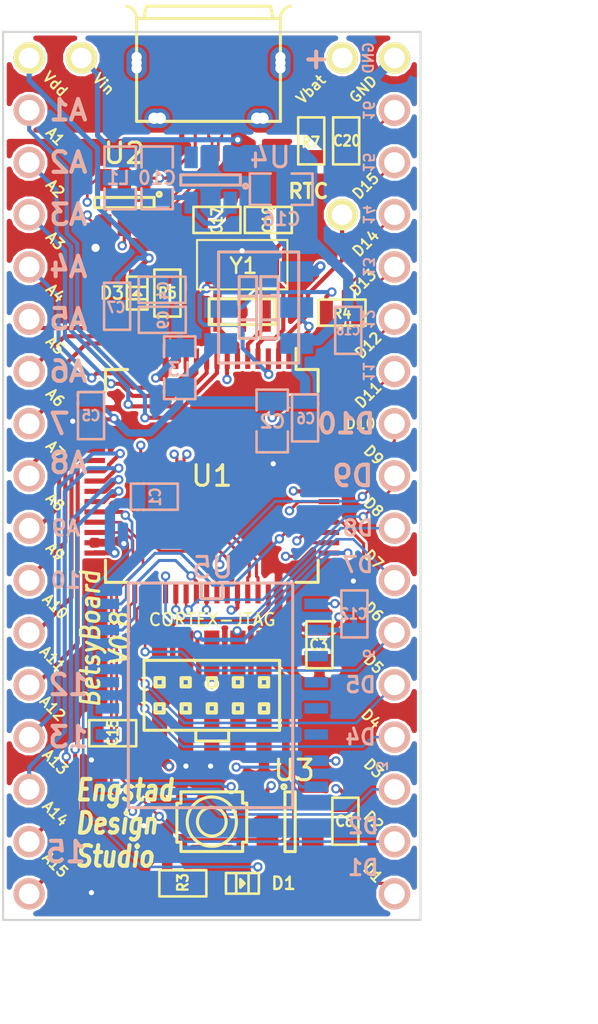
<source format=kicad_pcb>
(kicad_pcb (version 20170123) (host pcbnew no-vcs-found-0e6723b~58~ubuntu16.04.1)
  (layers (0 F.Cu signal) (1 Gnd.Cu power) (2 Pow.Cu power) (31 B.Cu signal) (34 B.Paste user hide) (35 F.Paste user hide) (36 B.SilkS user) (37 F.SilkS user) (38 B.Mask user) (39 F.Mask user) (44 Edge.Cuts user))
  (net 0 "")
  (net 1 GND)
  (net 2 VDD)
  (net 3 /OTG_5V)
  (net 4 /RTC_OSC_IN)
  (net 5 /RTC_OSC_OUT)
  (net 6 /SDMMC_D2)
  (net 7 /SDMMC_D3)
  (net 8 /SDMMC_CMD)
  (net 9 /SDMMC_D0)
  (net 10 /SDMMC_D1)
  (net 11 /D1)
  (net 12 "Net-(D1-Pad1)")
  (net 13 "Net-(D3-Pad1)")
  (net 14 /BOOT0)
  (net 15 /OTG_FS_D+)
  (net 16 /OTG_FS_ID)
  (net 17 /OTG_FS_D-)
  (net 18 /JTMS/SWDIO)
  (net 19 /JTCK/SWCLK)
  (net 20 /D16)
  (net 21 /D15)
  (net 22 /D14)
  (net 23 /D13)
  (net 24 /D12)
  (net 25 /D11)
  (net 26 /D10)
  (net 27 /D9)
  (net 28 /D8)
  (net 29 /D7)
  (net 30 /D6)
  (net 31 /D5)
  (net 32 /D4)
  (net 33 /D3)
  (net 34 /D2)
  (net 35 /A1)
  (net 36 /A2)
  (net 37 /A3)
  (net 38 /A4)
  (net 39 /A5)
  (net 40 /A6)
  (net 41 /A7)
  (net 42 /A8)
  (net 43 /A9)
  (net 44 /A10)
  (net 45 /A11)
  (net 46 /A12)
  (net 47 /A13)
  (net 48 /A14)
  (net 49 /A15)
  (net 50 /A16)
  (net 51 /JTDI)
  (net 52 /JTDO/SWO)
  (net 53 /~RST)
  (net 54 /VBAT)
  (net 55 /OSC_IN)
  (net 56 /OSC_OUT)
  (net 57 /RTC)
  (net 58 /VBAT_IN)
  (net 59 /BOOT_SEL)
  (net 60 Earth)
  (net 61 /~MR)
  (net 62 "Net-(U2-Pad6)")
  (net 63 "Net-(P6-Pad7)")
  (net 64 "Net-(U3-Pad4)")
  (net 65 /SDMMC_CLK)
  (net 66 "Net-(U4-Pad4)")
  (net 67 /VIN)
  (net 68 VDDA)
  (module Housings_QFP:LQFP-64_10x10mm_Pitch0.5mm (layer F.Cu) (at 116.03 80.06 270)
    (fp_text reference U1 (at 0 0) (layer F.SilkS))
    (fp_text value STM32L486Rx-LQFP64)
    (pad 64 smd rect (at -3.75 -5.7) (size 1 0.25) (layers F.Cu F.Paste F.Mask) (net 2 VDD))
    (pad 63 smd rect (at -3.25 -5.7) (size 1 0.25) (layers F.Cu F.Paste F.Mask) (net 1 GND))
    (pad 62 smd rect (at -2.75 -5.7) (size 1 0.25) (layers F.Cu F.Paste F.Mask) (net 20 /D16))
    (pad 61 smd rect (at -2.25 -5.7) (size 1 0.25) (layers F.Cu F.Paste F.Mask) (net 21 /D15))
    (pad 60 smd rect (at -1.75 -5.7) (size 1 0.25) (layers F.Cu F.Paste F.Mask) (net 14 /BOOT0))
    (pad 59 smd rect (at -1.25 -5.7) (size 1 0.25) (layers F.Cu F.Paste F.Mask) (net 22 /D14))
    (pad 58 smd rect (at -0.75 -5.7) (size 1 0.25) (layers F.Cu F.Paste F.Mask) (net 23 /D13))
    (pad 57 smd rect (at -0.25 -5.7) (size 1 0.25) (layers F.Cu F.Paste F.Mask) (net 24 /D12))
    (pad 56 smd rect (at 0.25 -5.7) (size 1 0.25) (layers F.Cu F.Paste F.Mask) (net 25 /D11))
    (pad 55 smd rect (at 0.75 -5.7) (size 1 0.25) (layers F.Cu F.Paste F.Mask) (net 52 /JTDO/SWO))
    (pad 54 smd rect (at 1.25 -5.7) (size 1 0.25) (layers F.Cu F.Paste F.Mask) (net 8 /SDMMC_CMD))
    (pad 53 smd rect (at 1.75 -5.7) (size 1 0.25) (layers F.Cu F.Paste F.Mask) (net 65 /SDMMC_CLK))
    (pad 52 smd rect (at 2.25 -5.7) (size 1 0.25) (layers F.Cu F.Paste F.Mask) (net 7 /SDMMC_D3))
    (pad 51 smd rect (at 2.75 -5.7) (size 1 0.25) (layers F.Cu F.Paste F.Mask) (net 6 /SDMMC_D2))
    (pad 50 smd rect (at 3.25 -5.7) (size 1 0.25) (layers F.Cu F.Paste F.Mask) (net 51 /JTDI))
    (pad 49 smd rect (at 3.75 -5.7) (size 1 0.25) (layers F.Cu F.Paste F.Mask) (net 19 /JTCK/SWCLK))
    (pad 48 smd rect (at 5.7 -3.75 270) (size 1 0.25) (layers F.Cu F.Paste F.Mask) (net 2 VDD))
    (pad 47 smd rect (at 5.7 -3.25 270) (size 1 0.25) (layers F.Cu F.Paste F.Mask) (net 1 GND))
    (pad 46 smd rect (at 5.7 -2.75 270) (size 1 0.25) (layers F.Cu F.Paste F.Mask) (net 18 /JTMS/SWDIO))
    (pad 45 smd rect (at 5.7 -2.25 270) (size 1 0.25) (layers F.Cu F.Paste F.Mask) (net 15 /OTG_FS_D+))
    (pad 44 smd rect (at 5.7 -1.75 270) (size 1 0.25) (layers F.Cu F.Paste F.Mask) (net 17 /OTG_FS_D-))
    (pad 43 smd rect (at 5.7 -1.25 270) (size 1 0.25) (layers F.Cu F.Paste F.Mask) (net 16 /OTG_FS_ID))
    (pad 42 smd rect (at 5.7 -0.75 270) (size 1 0.25) (layers F.Cu F.Paste F.Mask) (net 3 /OTG_5V))
    (pad 41 smd rect (at 5.7 -0.25 270) (size 1 0.25) (layers F.Cu F.Paste F.Mask) (net 26 /D10))
    (pad 40 smd rect (at 5.7 0.25 270) (size 1 0.25) (layers F.Cu F.Paste F.Mask) (net 10 /SDMMC_D1))
    (pad 39 smd rect (at 5.7 0.75 270) (size 1 0.25) (layers F.Cu F.Paste F.Mask) (net 9 /SDMMC_D0))
    (pad 38 smd rect (at 5.7 1.25 270) (size 1 0.25) (layers F.Cu F.Paste F.Mask) (net 27 /D9))
    (pad 37 smd rect (at 5.7 1.75 270) (size 1 0.25) (layers F.Cu F.Paste F.Mask) (net 28 /D8))
    (pad 36 smd rect (at 5.7 2.25 270) (size 1 0.25) (layers F.Cu F.Paste F.Mask) (net 29 /D7))
    (pad 35 smd rect (at 5.7 2.75 270) (size 1 0.25) (layers F.Cu F.Paste F.Mask) (net 30 /D6))
    (pad 34 smd rect (at 5.7 3.25 270) (size 1 0.25) (layers F.Cu F.Paste F.Mask) (net 31 /D5))
    (pad 33 smd rect (at 5.7 3.75 270) (size 1 0.25) (layers F.Cu F.Paste F.Mask) (net 32 /D4))
    (pad 32 smd rect (at 3.75 5.7) (size 1 0.25) (layers F.Cu F.Paste F.Mask) (net 2 VDD))
    (pad 31 smd rect (at 3.25 5.7) (size 1 0.25) (layers F.Cu F.Paste F.Mask) (net 1 GND))
    (pad 30 smd rect (at 2.75 5.7) (size 1 0.25) (layers F.Cu F.Paste F.Mask) (net 33 /D3))
    (pad 29 smd rect (at 2.25 5.7) (size 1 0.25) (layers F.Cu F.Paste F.Mask) (net 34 /D2))
    (pad 28 smd rect (at 1.75 5.7) (size 1 0.25) (layers F.Cu F.Paste F.Mask) (net 11 /D1))
    (pad 27 smd rect (at 1.25 5.7) (size 1 0.25) (layers F.Cu F.Paste F.Mask) (net 50 /A16))
    (pad 26 smd rect (at 0.75 5.7) (size 1 0.25) (layers F.Cu F.Paste F.Mask) (net 49 /A15))
    (pad 25 smd rect (at 0.25 5.7) (size 1 0.25) (layers F.Cu F.Paste F.Mask) (net 48 /A14))
    (pad 24 smd rect (at -0.25 5.7) (size 1 0.25) (layers F.Cu F.Paste F.Mask) (net 47 /A13))
    (pad 23 smd rect (at -0.75 5.7) (size 1 0.25) (layers F.Cu F.Paste F.Mask) (net 46 /A12))
    (pad 22 smd rect (at -1.25 5.7) (size 1 0.25) (layers F.Cu F.Paste F.Mask) (net 45 /A11))
    (pad 21 smd rect (at -1.75 5.7) (size 1 0.25) (layers F.Cu F.Paste F.Mask) (net 44 /A10))
    (pad 20 smd rect (at -2.25 5.7) (size 1 0.25) (layers F.Cu F.Paste F.Mask) (net 43 /A9))
    (pad 19 smd rect (at -2.75 5.7) (size 1 0.25) (layers F.Cu F.Paste F.Mask) (net 2 VDD))
    (pad 18 smd rect (at -3.25 5.7) (size 1 0.25) (layers F.Cu F.Paste F.Mask) (net 1 GND))
    (pad 17 smd rect (at -3.75 5.7) (size 1 0.25) (layers F.Cu F.Paste F.Mask) (net 42 /A8))
    (pad 16 smd rect (at -5.7 3.75 270) (size 1 0.25) (layers F.Cu F.Paste F.Mask) (net 41 /A7))
    (pad 15 smd rect (at -5.7 3.25 270) (size 1 0.25) (layers F.Cu F.Paste F.Mask) (net 40 /A6))
    (pad 14 smd rect (at -5.7 2.75 270) (size 1 0.25) (layers F.Cu F.Paste F.Mask) (net 39 /A5))
    (pad 13 smd rect (at -5.7 2.25 270) (size 1 0.25) (layers F.Cu F.Paste F.Mask) (net 68 VDDA))
    (pad 12 smd rect (at -5.7 1.75 270) (size 1 0.25) (layers F.Cu F.Paste F.Mask) (net 1 GND))
    (pad 11 smd rect (at -5.7 1.25 270) (size 1 0.25) (layers F.Cu F.Paste F.Mask) (net 38 /A4))
    (pad 10 smd rect (at -5.7 0.75 270) (size 1 0.25) (layers F.Cu F.Paste F.Mask) (net 37 /A3))
    (pad 9 smd rect (at -5.7 0.25 270) (size 1 0.25) (layers F.Cu F.Paste F.Mask) (net 36 /A2))
    (pad 8 smd rect (at -5.7 -0.25 270) (size 1 0.25) (layers F.Cu F.Paste F.Mask) (net 35 /A1))
    (pad 7 smd rect (at -5.7 -0.75 270) (size 1 0.25) (layers F.Cu F.Paste F.Mask) (net 53 /~RST))
    (pad 6 smd rect (at -5.7 -1.25 270) (size 1 0.25) (layers F.Cu F.Paste F.Mask) (net 56 /OSC_OUT))
    (pad 5 smd rect (at -5.7 -1.75 270) (size 1 0.25) (layers F.Cu F.Paste F.Mask) (net 55 /OSC_IN))
    (pad 4 smd rect (at -5.7 -2.25 270) (size 1 0.25) (layers F.Cu F.Paste F.Mask) (net 5 /RTC_OSC_OUT))
    (pad 3 smd rect (at -5.7 -2.75 270) (size 1 0.25) (layers F.Cu F.Paste F.Mask) (net 4 /RTC_OSC_IN))
    (pad 2 smd rect (at -5.7 -3.25 270) (size 1 0.25) (layers F.Cu F.Paste F.Mask) (net 57 /RTC))
    (pad 1 smd rect (at -5.7 -3.75 270) (size 1 0.25) (layers F.Cu F.Paste F.Mask) (net 54 /VBAT))
  )
  (module engstad:usb-micro-b-amphenol-fci-10118194 (layer F.Cu) (at 115.87 59.97 180)
    (fp_text reference J1 hide)
    (fp_text value USB_OTG)
    (pad 1 smd rect (at -1.3 -2.675 180) (size 0.4 1.35) (layers F.Cu F.Paste F.Mask) (net 3 /OTG_5V))
    (pad 2 smd rect (at -0.65 -2.675 180) (size 0.4 1.35) (layers F.Cu F.Paste F.Mask) (net 17 /OTG_FS_D-))
    (pad 3 smd rect (at 0 -2.675) (size 0.4 1.35) (layers F.Cu F.Paste F.Mask) (net 15 /OTG_FS_D+))
    (pad 4 smd rect (at 0.65 -2.675) (size 0.4 1.35) (layers F.Cu F.Paste F.Mask) (net 16 /OTG_FS_ID))
    (pad 5 smd rect (at 1.3 -2.675 180) (size 0.4 1.35) (layers F.Cu F.Paste F.Mask) (net 1 GND))
    (pad 6 smd rect (at -2.9 0 180) (size 1.2 1.55) (layers F.Cu F.Paste F.Mask) (net 60 Earth))
    (pad 6 smd rect (at -1 0 180) (size 1.5 1.55) (layers F.Cu F.Paste F.Mask) (net 60 Earth))
    (pad 6 smd rect (at 1 0 270) (size 1.5 1.55) (layers F.Cu F.Paste F.Mask) (net 60 Earth))
    (pad 6 smd rect (at 2.9 0 180) (size 1.2 1.55) (layers F.Cu F.Paste F.Mask) (net 60 Earth))
    (pad 6 thru_hole circle (at -3.5 -0.275 180) (size 1 1) (drill 0.5) (layers *.Cu *.Mask) (net 60 Earth))
    (pad 6 thru_hole circle (at -3.5 0 180) (size 1 1) (drill 0.5) (layers *.Cu *.Mask) (net 60 Earth))
    (pad 6 thru_hole circle (at -3.5 0.275 180) (size 1 1) (drill 0.5) (layers *.Cu *.Mask) (net 60 Earth))
    (pad 6 thru_hole circle (at 3.5 -0.275 180) (size 1 1) (drill 0.5) (layers *.Cu *.Mask) (net 60 Earth))
    (pad 6 thru_hole circle (at 3.5 0.275 180) (size 1 1) (drill 0.5) (layers *.Cu *.Mask) (net 60 Earth))
    (pad 6 thru_hole circle (at 3.5 0 180) (size 1 1) (drill 0.5) (layers *.Cu *.Mask) (net 60 Earth))
    (pad 6 thru_hole circle (at 2.65 -2.7 180) (size 0.95 0.95) (drill 0.55) (layers *.Cu *.Mask) (net 60 Earth))
    (pad 6 thru_hole circle (at 2.35 -2.7 180) (size 0.95 0.95) (drill 0.55) (layers *.Cu *.Mask) (net 60 Earth))
    (pad 6 thru_hole circle (at -2.35 -2.7 180) (size 0.95 0.95) (drill 0.55) (layers *.Cu *.Mask) (net 60 Earth))
    (pad 6 thru_hole circle (at -2.65 -2.7 180) (size 0.95 0.95) (drill 0.55) (layers *.Cu *.Mask) (net 60 Earth))
  )
  (module smd:SM0805 (layer B.Cu) (at 111.57 65.57 270)
    (fp_text reference L1 (at 0 0.1) (layer B.SilkS) (effects (font (size 0.635 0.635) (thickness 0.127)) (justify mirror)))
    (fp_text value Bead hide)
    (pad 1 smd rect (at -0.9525 0 270) (size 0.889 1.397) (layers B.Cu B.Paste B.Mask) (net 3 /OTG_5V))
    (pad 2 smd rect (at 0.9525 0 270) (size 0.889 1.397) (layers B.Cu B.Paste B.Mask) (net 67 /VIN))
  )
  (module TO_SOT_Packages_SMD:SOT-23-5 (layer B.Cu) (at 115.97 65.67 90)
    (fp_text reference U4 (at 1.1 2.9 180) (layer B.SilkS) (effects (justify mirror)))
    (fp_text value LP5907MFX)
    (pad 1 smd rect (at -1.1 0.95 90) (size 1.06 0.65) (layers B.Cu B.Paste B.Mask) (net 67 /VIN))
    (pad 2 smd rect (at -1.1 0 90) (size 1.06 0.65) (layers B.Cu B.Paste B.Mask) (net 1 GND))
    (pad 3 smd rect (at -1.1 -0.95 90) (size 1.06 0.65) (layers B.Cu B.Paste B.Mask) (net 67 /VIN))
    (pad 4 smd rect (at 1.1 -0.95 90) (size 1.06 0.65) (layers B.Cu B.Paste B.Mask) (net 66 "Net-(U4-Pad4)"))
    (pad 5 smd rect (at 1.1 0.95 90) (size 1.06 0.65) (layers B.Cu B.Paste B.Mask) (net 2 VDD))
  )
  (module TO_SOT_Packages_SMD:SOT-23-6 (layer F.Cu) (at 111.77 66.77 270)
    (fp_text reference U2 (at -2.4 0) (layer F.SilkS))
    (fp_text value RClamp0504S)
    (pad 1 smd rect (at -1.1 -0.95 270) (size 1.06 0.65) (layers F.Cu F.Paste F.Mask) (net 16 /OTG_FS_ID))
    (pad 2 smd rect (at -1.1 0 270) (size 1.06 0.65) (layers F.Cu F.Paste F.Mask) (net 1 GND))
    (pad 3 smd rect (at -1.1 0.95 270) (size 1.06 0.65) (layers F.Cu F.Paste F.Mask) (net 15 /OTG_FS_D+))
    (pad 4 smd rect (at 1.1 0.95 270) (size 1.06 0.65) (layers F.Cu F.Paste F.Mask) (net 17 /OTG_FS_D-))
    (pad 6 smd rect (at 1.1 -0.95 270) (size 1.06 0.65) (layers F.Cu F.Paste F.Mask) (net 62 "Net-(U2-Pad6)"))
    (pad 5 smd rect (at 1.1 0 270) (size 1.06 0.65) (layers F.Cu F.Paste F.Mask) (net 3 /OTG_5V))
  )
  (module smd:SM0603 (layer B.Cu) (at 113.232 81.07 180)
    (fp_text reference C1 (at -0.048 -0.01 270) (layer B.SilkS) (effects (font (size 0.508 0.4572) (thickness 0.1143)) (justify mirror)))
    (fp_text value 0.1uF hide)
    (pad 1 smd rect (at -0.762 0 180) (size 0.635 1.143) (layers B.Cu B.Paste B.Mask) (net 1 GND))
    (pad 2 smd rect (at 0.762 0 180) (size 0.635 1.143) (layers B.Cu B.Paste B.Mask) (net 2 VDD))
  )
  (module smd:SM0805 (layer B.Cu) (at 118.97 77.3875 270)
    (fp_text reference C2 (at 0.0275 -0.01 180) (layer B.SilkS) (effects (font (size 0.635 0.635) (thickness 0.127)) (justify mirror)))
    (fp_text value 4.7uF hide)
    (pad 1 smd rect (at -0.9525 0 270) (size 0.889 1.397) (layers B.Cu B.Paste B.Mask) (net 2 VDD))
    (pad 2 smd rect (at 0.9525 0 270) (size 0.889 1.397) (layers B.Cu B.Paste B.Mask) (net 1 GND))
  )
  (module smd:SM0603 (layer F.Cu) (at 121.27 88.27 270)
    (fp_text reference C3 (at 0 0.03556) (layer F.SilkS) (effects (font (size 0.508 0.4572) (thickness 0.1143))))
    (fp_text value 1.0uF hide)
    (pad 1 smd rect (at -0.762 0 270) (size 0.635 1.143) (layers F.Cu F.Paste F.Mask) (net 2 VDD))
    (pad 2 smd rect (at 0.762 0 270) (size 0.635 1.143) (layers F.Cu F.Paste F.Mask) (net 1 GND))
  )
  (module smd:SM0603 (layer B.Cu) (at 113.61 71.01 180)
    (fp_text reference C4 (at -0.06 -0.04 90) (layer B.SilkS) (effects (font (size 0.508 0.4572) (thickness 0.1143)) (justify mirror)))
    (fp_text value 1.0uF hide)
    (pad 1 smd rect (at -0.762 0 180) (size 0.635 1.143) (layers B.Cu B.Paste B.Mask) (net 68 VDDA))
    (pad 2 smd rect (at 0.762 0 180) (size 0.635 1.143) (layers B.Cu B.Paste B.Mask) (net 1 GND))
  )
  (module smd:SM0603 (layer B.Cu) (at 110.15 77.13 270)
    (fp_text reference C5 (at 0 0) (layer B.SilkS) (effects (font (size 0.508 0.4572) (thickness 0.1143)) (justify mirror)))
    (fp_text value 0.1uF hide)
    (pad 1 smd rect (at -0.762 0 270) (size 0.635 1.143) (layers B.Cu B.Paste B.Mask) (net 2 VDD))
    (pad 2 smd rect (at 0.762 0 270) (size 0.635 1.143) (layers B.Cu B.Paste B.Mask) (net 1 GND))
  )
  (module smd:SM0603 (layer B.Cu) (at 120.57 77.24 270)
    (fp_text reference C6 (at 0.03 -0.03556) (layer B.SilkS) (effects (font (size 0.508 0.4572) (thickness 0.1143)) (justify mirror)))
    (fp_text value 0.1uF hide)
    (pad 1 smd rect (at -0.762 0 270) (size 0.635 1.143) (layers B.Cu B.Paste B.Mask) (net 2 VDD))
    (pad 2 smd rect (at 0.762 0 270) (size 0.635 1.143) (layers B.Cu B.Paste B.Mask) (net 1 GND))
  )
  (module smd:SM0603 (layer B.Cu) (at 111.42 71.812 270)
    (fp_text reference C7 (at 0.058 0.05) (layer B.SilkS) (effects (font (size 0.508 0.4572) (thickness 0.1143)) (justify mirror)))
    (fp_text value 0.1uF hide)
    (pad 1 smd rect (at -0.762 0 270) (size 0.635 1.143) (layers B.Cu B.Paste B.Mask) (net 2 VDD))
    (pad 2 smd rect (at 0.762 0 270) (size 0.635 1.143) (layers B.Cu B.Paste B.Mask) (net 1 GND))
  )
  (module smd:SM0603 (layer F.Cu) (at 122.5324 96.8494 270)
    (fp_text reference C8 (at 0 0.03556) (layer F.SilkS) (effects (font (size 0.508 0.4572) (thickness 0.1143))))
    (fp_text value 0.1uF hide)
    (pad 1 smd rect (at -0.762 0 270) (size 0.635 1.143) (layers F.Cu F.Paste F.Mask) (net 2 VDD))
    (pad 2 smd rect (at 0.762 0 270) (size 0.635 1.143) (layers F.Cu F.Paste F.Mask) (net 1 GND))
  )
  (module smd:SM0603 (layer B.Cu) (at 113.62 72.47 180)
    (fp_text reference C9 (at -0.05 0 90) (layer B.SilkS) (effects (font (size 0.508 0.4572) (thickness 0.1143)) (justify mirror)))
    (fp_text value 0.1uF hide)
    (pad 1 smd rect (at -0.762 0 180) (size 0.635 1.143) (layers B.Cu B.Paste B.Mask) (net 68 VDDA))
    (pad 2 smd rect (at 0.762 0 180) (size 0.635 1.143) (layers B.Cu B.Paste B.Mask) (net 1 GND))
  )
  (module smd:SM0805 (layer B.Cu) (at 113.37 65.57 90)
    (fp_text reference C10 (at 0 0 180) (layer B.SilkS) (effects (font (size 0.635 0.635) (thickness 0.127)) (justify mirror)))
    (fp_text value 1uF hide)
    (pad 1 smd rect (at -0.9525 0 90) (size 0.889 1.397) (layers B.Cu B.Paste B.Mask) (net 67 /VIN))
    (pad 2 smd rect (at 0.9525 0 90) (size 0.889 1.397) (layers B.Cu B.Paste B.Mask) (net 1 GND))
  )
  (module smd:SM0805 (layer B.Cu) (at 119.4075 66.12 180)
    (fp_text reference C16 (at -0.01 -1.45) (layer B.SilkS) (effects (font (size 0.635 0.635) (thickness 0.127)) (justify mirror)))
    (fp_text value 1uF hide)
    (pad 1 smd rect (at -0.9525 0 180) (size 0.889 1.397) (layers B.Cu B.Paste B.Mask) (net 2 VDD))
    (pad 2 smd rect (at 0.9525 0 180) (size 0.889 1.397) (layers B.Cu B.Paste B.Mask) (net 1 GND))
  )
  (module smd:SM0603 (layer F.Cu) (at 116.28 67.614)
    (fp_text reference C17 (at 0 0.03556 90) (layer F.SilkS) (effects (font (size 0.508 0.4572) (thickness 0.1143))))
    (fp_text value 10pF hide)
    (pad 1 smd rect (at -0.762 0) (size 0.635 1.143) (layers F.Cu F.Paste F.Mask) (net 4 /RTC_OSC_IN))
    (pad 2 smd rect (at 0.762 0) (size 0.635 1.143) (layers F.Cu F.Paste F.Mask) (net 1 GND))
  )
  (module smd:SM0603 (layer B.Cu) (at 122.67 72.982 270)
    (fp_text reference C18 (at 0.02 0) (layer B.SilkS) (effects (font (size 0.4 0.4) (thickness 0.1)) (justify mirror)))
    (fp_text value 0.1uF hide)
    (pad 1 smd rect (at -0.762 0 270) (size 0.635 1.143) (layers B.Cu B.Paste B.Mask) (net 2 VDD))
    (pad 2 smd rect (at 0.762 0 270) (size 0.635 1.143) (layers B.Cu B.Paste B.Mask) (net 1 GND))
  )
  (module smd:SM0603 (layer F.Cu) (at 118.78 67.614 180)
    (fp_text reference C19 (at 0 0.03556 270) (layer F.SilkS) (effects (font (size 0.508 0.4572) (thickness 0.1143))))
    (fp_text value 10pF hide)
    (pad 1 smd rect (at -0.762 0 180) (size 0.635 1.143) (layers F.Cu F.Paste F.Mask) (net 5 /RTC_OSC_OUT))
    (pad 2 smd rect (at 0.762 0 180) (size 0.635 1.143) (layers F.Cu F.Paste F.Mask) (net 1 GND))
  )
  (module smd:SM0603 (layer F.Cu) (at 114.62 99.87 180)
    (fp_text reference R3 (at 0 0.03556 270) (layer F.SilkS) (effects (font (size 0.508 0.4572) (thickness 0.1143))))
    (fp_text value 470 hide)
    (pad 1 smd rect (at -0.762 0 180) (size 0.635 1.143) (layers F.Cu F.Paste F.Mask) (net 12 "Net-(D1-Pad1)"))
    (pad 2 smd rect (at 0.762 0 180) (size 0.635 1.143) (layers F.Cu F.Paste F.Mask) (net 1 GND))
  )
  (module smd:SM0603 (layer F.Cu) (at 122.37 72.12)
    (fp_text reference R4 (at 0 0.03556) (layer F.SilkS) (effects (font (size 0.508 0.4572) (thickness 0.1143))))
    (fp_text value 10k hide)
    (pad 1 smd rect (at -0.762 0) (size 0.635 1.143) (layers F.Cu F.Paste F.Mask) (net 59 /BOOT_SEL))
    (pad 2 smd rect (at 0.762 0) (size 0.635 1.143) (layers F.Cu F.Paste F.Mask) (net 14 /BOOT0))
  )
  (module smd:SM0603 (layer F.Cu) (at 113.87 71.17 90)
    (fp_text reference R5 (at 0 0 -180) (layer F.SilkS) (effects (font (size 0.508 0.4572) (thickness 0.1143))))
    (fp_text value 470 hide)
    (pad 1 smd rect (at -0.762 0 90) (size 0.635 1.143) (layers F.Cu F.Paste F.Mask) (net 13 "Net-(D3-Pad1)"))
    (pad 2 smd rect (at 0.762 0 90) (size 0.635 1.143) (layers F.Cu F.Paste F.Mask) (net 1 GND))
  )
  (module TO_SOT_Packages_SMD:SOT-23-5 (layer F.Cu) (at 119.84 96.8748)
    (fp_text reference U3 (at 0.2 -2.5) (layer F.SilkS))
    (fp_text value APX823)
    (pad 1 smd rect (at -1.1 -0.95) (size 1.06 0.65) (layers F.Cu F.Paste F.Mask) (net 53 /~RST))
    (pad 2 smd rect (at -1.1 0) (size 1.06 0.65) (layers F.Cu F.Paste F.Mask) (net 1 GND))
    (pad 3 smd rect (at -1.1 0.95) (size 1.06 0.65) (layers F.Cu F.Paste F.Mask) (net 61 /~MR))
    (pad 4 smd rect (at 1.1 0.95) (size 1.06 0.65) (layers F.Cu F.Paste F.Mask) (net 64 "Net-(U3-Pad4)"))
    (pad 5 smd rect (at 1.1 -0.95) (size 1.06 0.65) (layers F.Cu F.Paste F.Mask) (net 2 VDD))
  )
  (module engstad:cstce-v-c (layer F.Cu) (at 117.5 72.1 180)
    (fp_text reference X1 hide)
    (fp_text value XTAL)
    (pad 1 smd rect (at -1.2 0 180) (size 0.4 1.9) (layers F.Cu F.Paste F.Mask) (net 55 /OSC_IN))
    (pad 2 smd rect (at 0 0 180) (size 0.4 1.9) (layers F.Cu F.Paste F.Mask) (net 1 GND))
    (pad 3 smd rect (at 1.2 0 180) (size 0.4 1.9) (layers F.Cu F.Paste F.Mask) (net 56 /OSC_OUT))
  )
  (module armory:CRYSTAL-32k-B (layer F.Cu) (at 117.51 69.79)
    (fp_text reference Y1 (at 0.06096 0.05588) (layer F.SilkS) (effects (font (size 0.75 0.75) (thickness 0.125))))
    (fp_text value Crystal hide)
    (pad 1 smd rect (at -1.25 0) (size 1.1 1.9) (layers F.Cu F.Paste F.Mask) (net 4 /RTC_OSC_IN))
    (pad 2 smd rect (at 1.25 0) (size 1.1 1.9) (layers F.Cu F.Paste F.Mask) (net 5 /RTC_OSC_OUT))
  )
  (module engstad:conn-jtag-0.05 (layer F.Cu) (at 116.03 90.728)
    (fp_text reference P6 hide)
    (fp_text value CORTEX-JTAG (at 0.02 -3.678 180) (layer F.SilkS) (effects (font (size 0.6 0.6) (thickness 0.1))))
    (pad 2 smd rect (at -2.54 -1.95) (size 0.74 2.4) (layers F.Cu F.Paste F.Mask) (net 18 /JTMS/SWDIO))
    (pad 4 smd rect (at -1.27 -1.95) (size 0.74 2.4) (layers F.Cu F.Paste F.Mask) (net 19 /JTCK/SWCLK))
    (pad 6 smd rect (at 0 -1.95) (size 0.74 2.4) (layers F.Cu F.Paste F.Mask) (net 52 /JTDO/SWO))
    (pad 8 smd rect (at 1.27 -1.95) (size 0.74 2.4) (layers F.Cu F.Paste F.Mask) (net 51 /JTDI))
    (pad 10 smd rect (at 2.54 -1.95) (size 0.74 2.4) (layers F.Cu F.Paste F.Mask) (net 61 /~MR))
    (pad 1 smd rect (at -2.54 1.95) (size 0.74 2.4) (layers F.Cu F.Paste F.Mask) (net 2 VDD))
    (pad 3 smd rect (at -1.27 1.95) (size 0.74 2.4) (layers F.Cu F.Paste F.Mask) (net 1 GND))
    (pad 5 smd rect (at 0 1.95) (size 0.74 2.4) (layers F.Cu F.Paste F.Mask) (net 1 GND))
    (pad 7 smd rect (at 1.27 1.95) (size 0.74 2.4) (layers F.Cu F.Paste F.Mask) (net 63 "Net-(P6-Pad7)"))
    (pad 9 smd rect (at 2.54 1.95) (size 0.74 2.4) (layers F.Cu F.Paste F.Mask) (net 1 GND))
  )
  (module smd:SM0603 (layer F.Cu) (at 111.208 92.57 180)
    (fp_text reference C15 (at 0 0.03556 270) (layer F.SilkS) (effects (font (size 0.508 0.4572) (thickness 0.1143))))
    (fp_text value 0.1uF hide)
    (pad 1 smd rect (at -0.762 0 180) (size 0.635 1.143) (layers F.Cu F.Paste F.Mask) (net 2 VDD))
    (pad 2 smd rect (at 0.762 0 180) (size 0.635 1.143) (layers F.Cu F.Paste F.Mask) (net 1 GND))
  )
  (module smd:SM0805 (layer B.Cu) (at 114.47 74.8 90)
    (fp_text reference L3 (at -0.08128 -0.03302 180) (layer B.SilkS) (effects (font (size 0.635 0.635) (thickness 0.127)) (justify mirror)))
    (fp_text value Bead hide)
    (pad 1 smd rect (at -0.9525 0 90) (size 0.889 1.397) (layers B.Cu B.Paste B.Mask) (net 2 VDD))
    (pad 2 smd rect (at 0.9525 0 90) (size 0.889 1.397) (layers B.Cu B.Paste B.Mask) (net 68 VDDA))
  )
  (module engstad:pin-strip-16 (layer B.Cu) (at 107.14 81.33 270)
    (fp_text reference P2 hide)
    (fp_text value Analog hide)
    (pad 1 thru_hole circle (at -19.05 0 270) (size 1.524 1.524) (drill 1.00076) (layers *.Cu *.Mask B.SilkS) (net 35 /A1))
    (pad 2 thru_hole circle (at -16.51 0 270) (size 1.524 1.524) (drill 1.00076) (layers *.Cu *.Mask B.SilkS) (net 36 /A2))
    (pad 3 thru_hole circle (at -13.97 0 270) (size 1.524 1.524) (drill 1.00076) (layers *.Cu *.Mask B.SilkS) (net 37 /A3))
    (pad 4 thru_hole circle (at -11.43 0 270) (size 1.524 1.524) (drill 1.00076) (layers *.Cu *.Mask B.SilkS) (net 38 /A4))
    (pad 5 thru_hole circle (at -8.89 0 270) (size 1.524 1.524) (drill 1.00076) (layers *.Cu *.Mask B.SilkS) (net 39 /A5))
    (pad 6 thru_hole circle (at -6.35 0 270) (size 1.524 1.524) (drill 1.00076) (layers *.Cu *.Mask B.SilkS) (net 40 /A6))
    (pad 7 thru_hole circle (at -3.81 0 270) (size 1.524 1.524) (drill 1.00076) (layers *.Cu *.Mask B.SilkS) (net 41 /A7))
    (pad 8 thru_hole circle (at -1.27 0 270) (size 1.524 1.524) (drill 1.00076) (layers *.Cu *.Mask B.SilkS) (net 42 /A8))
    (pad 9 thru_hole circle (at 1.27 0 270) (size 1.524 1.524) (drill 1.00076) (layers *.Cu *.Mask B.SilkS) (net 43 /A9))
    (pad 10 thru_hole circle (at 3.81 0 270) (size 1.524 1.524) (drill 1.00076) (layers *.Cu *.Mask B.SilkS) (net 44 /A10))
    (pad 11 thru_hole circle (at 6.35 0 270) (size 1.524 1.524) (drill 1.00076) (layers *.Cu *.Mask B.SilkS) (net 45 /A11))
    (pad 12 thru_hole circle (at 8.89 0 270) (size 1.524 1.524) (drill 1.00076) (layers *.Cu *.Mask B.SilkS) (net 46 /A12))
    (pad 13 thru_hole circle (at 11.43 0 270) (size 1.524 1.524) (drill 1.00076) (layers *.Cu *.Mask B.SilkS) (net 47 /A13))
    (pad 14 thru_hole circle (at 13.97 0 270) (size 1.524 1.524) (drill 1.00076) (layers *.Cu *.Mask B.SilkS) (net 48 /A14))
    (pad 15 thru_hole circle (at 16.51 0 270) (size 1.524 1.524) (drill 1.00076) (layers *.Cu *.Mask B.SilkS) (net 49 /A15))
    (pad 16 thru_hole circle (at 19.05 0 270) (size 1.524 1.524) (drill 1.00076) (layers *.Cu *.Mask B.SilkS) (net 50 /A16))
  )
  (module engstad:pin-strip-16 (layer B.Cu) (at 124.92 81.33 90)
    (fp_text reference P3 hide)
    (fp_text value Digital hide)
    (pad 1 thru_hole circle (at -19.05 0 90) (size 1.524 1.524) (drill 1.00076) (layers *.Cu *.Mask B.SilkS) (net 11 /D1))
    (pad 2 thru_hole circle (at -16.51 0 90) (size 1.524 1.524) (drill 1.00076) (layers *.Cu *.Mask B.SilkS) (net 34 /D2))
    (pad 3 thru_hole circle (at -13.97 0 90) (size 1.524 1.524) (drill 1.00076) (layers *.Cu *.Mask B.SilkS) (net 33 /D3))
    (pad 4 thru_hole circle (at -11.43 0 90) (size 1.524 1.524) (drill 1.00076) (layers *.Cu *.Mask B.SilkS) (net 32 /D4))
    (pad 5 thru_hole circle (at -8.89 0 90) (size 1.524 1.524) (drill 1.00076) (layers *.Cu *.Mask B.SilkS) (net 31 /D5))
    (pad 6 thru_hole circle (at -6.35 0 90) (size 1.524 1.524) (drill 1.00076) (layers *.Cu *.Mask B.SilkS) (net 30 /D6))
    (pad 7 thru_hole circle (at -3.81 0 90) (size 1.524 1.524) (drill 1.00076) (layers *.Cu *.Mask B.SilkS) (net 29 /D7))
    (pad 8 thru_hole circle (at -1.27 0 90) (size 1.524 1.524) (drill 1.00076) (layers *.Cu *.Mask B.SilkS) (net 28 /D8))
    (pad 9 thru_hole circle (at 1.27 0 90) (size 1.524 1.524) (drill 1.00076) (layers *.Cu *.Mask B.SilkS) (net 27 /D9))
    (pad 10 thru_hole circle (at 3.81 0 90) (size 1.524 1.524) (drill 1.00076) (layers *.Cu *.Mask B.SilkS) (net 26 /D10))
    (pad 11 thru_hole circle (at 6.35 0 90) (size 1.524 1.524) (drill 1.00076) (layers *.Cu *.Mask B.SilkS) (net 25 /D11))
    (pad 12 thru_hole circle (at 8.89 0 90) (size 1.524 1.524) (drill 1.00076) (layers *.Cu *.Mask B.SilkS) (net 24 /D12))
    (pad 13 thru_hole circle (at 11.43 0 90) (size 1.524 1.524) (drill 1.00076) (layers *.Cu *.Mask B.SilkS) (net 23 /D13))
    (pad 14 thru_hole circle (at 13.97 0 90) (size 1.524 1.524) (drill 1.00076) (layers *.Cu *.Mask B.SilkS) (net 22 /D14))
    (pad 15 thru_hole circle (at 16.51 0 90) (size 1.524 1.524) (drill 1.00076) (layers *.Cu *.Mask B.SilkS) (net 21 /D15))
    (pad 16 thru_hole circle (at 19.05 0 90) (size 1.524 1.524) (drill 1.00076) (layers *.Cu *.Mask B.SilkS) (net 20 /D16))
  )
  (module engstad:pin-socket-2 (layer F.Cu) (at 123.65 59.74)
    (fp_text reference P8 hide)
    (fp_text value BATT hide)
    (pad 1 thru_hole circle (at -1.27 0) (size 1.524 1.524) (drill 1.00076) (layers *.Cu *.Mask F.SilkS) (net 58 /VBAT_IN))
    (pad 2 thru_hole circle (at 1.27 0) (size 1.524 1.524) (drill 1.00076) (layers *.Cu *.Mask F.SilkS) (net 1 GND))
  )
  (module engstad:pin-strip-1 (layer F.Cu) (at 109.68 59.74)
    (fp_text reference P5 hide)
    (fp_text value VIN hide)
    (pad 1 thru_hole circle (at 0 0) (size 1.524 1.524) (drill 1.00076) (layers *.Cu *.Mask F.SilkS) (net 3 /OTG_5V))
  )
  (module engstad:slide-switch-smd-cas-220-d20 (layer B.Cu) (at 118.31 71.87 90)
    (fp_text reference SW2)
    (fp_text value spdp-2x)
    (pad 1 smd rect (at -1.75 -1.85 90) (size 1 1.6) (layers B.Cu B.Paste B.Mask) (net 2 VDD))
    (pad 2 smd rect (at 0 -1.85 90) (size 1 1.6) (layers B.Cu B.Paste B.Mask) (net 59 /BOOT_SEL))
    (pad 3 smd rect (at 1.75 -1.85 90) (size 1 1.6) (layers B.Cu B.Paste B.Mask) (net 1 GND))
    (pad 4 smd rect (at -1.75 1.85 90) (size 1 1.6) (layers B.Cu B.Paste B.Mask) (net 2 VDD))
    (pad 5 smd rect (at 0 1.85 90) (size 1 1.6) (layers B.Cu B.Paste B.Mask) (net 54 /VBAT))
    (pad 6 smd rect (at 1.75 1.85 90) (size 1 1.6) (layers B.Cu B.Paste B.Mask) (net 58 /VBAT_IN))
  )
  (module engstad:pin-socket-1 (layer F.Cu) (at 122.37 67.36)
    (fp_text reference P7 hide)
    (fp_text value RTC hide)
    (pad 1 thru_hole circle (at 0 0) (size 1.524 1.524) (drill 1.00076) (layers *.Cu *.Mask F.SilkS) (net 57 /RTC))
  )
  (module smd:SM0603 (layer F.Cu) (at 122.57 63.77 90)
    (fp_text reference C20 (at 0 0.03556 180) (layer F.SilkS) (effects (font (size 0.508 0.4572) (thickness 0.1143))))
    (fp_text value 4.7uF hide)
    (pad 1 smd rect (at -0.762 0 90) (size 0.635 1.143) (layers F.Cu F.Paste F.Mask) (net 1 GND))
    (pad 2 smd rect (at 0.762 0 90) (size 0.635 1.143) (layers F.Cu F.Paste F.Mask) (net 60 Earth))
  )
  (module engstad:tactile-switch-evpay-34x29mm (layer F.Cu) (at 116.03 96.87)
    (fp_text reference SW1 hide)
    (fp_text value RST)
    (pad 1 smd rect (at 1.475 -0.9) (size 0.55 0.6) (layers F.Cu F.Paste F.Mask) (net 1 GND))
    (pad 1 smd rect (at -1.475 -0.9) (size 0.55 0.6) (layers F.Cu F.Paste F.Mask) (net 1 GND))
    (pad 2 smd rect (at 1.475 0.9) (size 0.55 0.6) (layers F.Cu F.Paste F.Mask) (net 61 /~MR))
    (pad 2 smd rect (at -1.475 0.9) (size 0.55 0.6) (layers F.Cu F.Paste F.Mask) (net 61 /~MR))
  )
  (module engstad:pin-strip-1 (layer F.Cu) (at 107.14 59.74)
    (fp_text reference P9 hide)
    (fp_text value VDD hide)
    (pad 1 thru_hole circle (at 0 0) (size 1.524 1.524) (drill 1.00076) (layers *.Cu *.Mask F.SilkS) (net 2 VDD))
  )
  (module w_smd_leds:Led_0603 (layer F.Cu) (at 117.52 99.87)
    (fp_text reference D1 (at 2 0) (layer F.SilkS) (effects (font (size 0.59944 0.59944) (thickness 0.11938))))
    (fp_text value RED)
    (pad 1 smd rect (at -0.7493 0) (size 0.79756 0.79756) (layers F.Cu F.Paste F.Mask) (net 12 "Net-(D1-Pad1)"))
    (pad 2 smd rect (at 0.7493 0) (size 0.79756 0.79756) (layers F.Cu F.Paste F.Mask) (net 11 /D1))
  )
  (module w_smd_leds:Led_0603 (layer F.Cu) (at 112.3978 71.17 90)
    (fp_text reference D3 (at 0 -1.2278 180) (layer F.SilkS) (effects (font (size 0.59944 0.59944) (thickness 0.11938))))
    (fp_text value GREEN)
    (pad 1 smd rect (at -0.7493 0 90) (size 0.79756 0.79756) (layers F.Cu F.Paste F.Mask) (net 13 "Net-(D3-Pad1)"))
    (pad 2 smd rect (at 0.7493 0 90) (size 0.79756 0.79756) (layers F.Cu F.Paste F.Mask) (net 2 VDD))
  )
  (module smd:SM0603 (layer F.Cu) (at 120.87 63.77 90)
    (fp_text reference R7 (at -0.072 -0.028 180) (layer F.SilkS) (effects (font (size 0.508 0.4572) (thickness 0.1143))))
    (fp_text value 1M0 hide)
    (pad 1 smd rect (at -0.762 0 90) (size 0.635 1.143) (layers F.Cu F.Paste F.Mask) (net 1 GND))
    (pad 2 smd rect (at 0.762 0 90) (size 0.635 1.143) (layers F.Cu F.Paste F.Mask) (net 60 Earth))
  )
  (module smd:SM0603 (layer B.Cu) (at 122.97 86.77 90)
    (fp_text reference C12 (at 0 -0.03556 180) (layer B.SilkS) (effects (font (size 0.508 0.4572) (thickness 0.1143)) (justify mirror)))
    (fp_text value 0.1uF hide)
    (pad 1 smd rect (at -0.762 0 90) (size 0.635 1.143) (layers B.Cu B.Paste B.Mask) (net 2 VDD))
    (pad 2 smd rect (at 0.762 0 90) (size 0.635 1.143) (layers B.Cu B.Paste B.Mask) (net 1 GND))
  )
  (module SMD_Packages:SO-16-W (layer B.Cu) (at 116.03 90.728 270)
    (fp_text reference U5 (at -6.208 -0.04) (layer B.SilkS) (effects (justify mirror)))
    (fp_text value N25Q00AA)
    (pad 1 smd rect (at -4.445 -5.08 270) (size 0.508 1.143) (layers B.Cu B.Paste B.Mask) (net 7 /SDMMC_D3))
    (pad 2 smd rect (at -3.175 -5.08 270) (size 0.508 1.143) (layers B.Cu B.Paste B.Mask) (net 2 VDD))
    (pad 3 smd rect (at -1.905 -5.08 270) (size 0.508 1.143) (layers B.Cu B.Paste B.Mask))
    (pad 4 smd rect (at -0.635 -5.08 270) (size 0.508 1.143) (layers B.Cu B.Paste B.Mask))
    (pad 5 smd rect (at 0.635 -5.08 270) (size 0.508 1.143) (layers B.Cu B.Paste B.Mask))
    (pad 6 smd rect (at 1.905 -5.08 270) (size 0.508 1.143) (layers B.Cu B.Paste B.Mask))
    (pad 7 smd rect (at 3.175 -5.08 270) (size 0.508 1.143) (layers B.Cu B.Paste B.Mask) (net 8 /SDMMC_CMD))
    (pad 8 smd rect (at 4.445 -5.08 270) (size 0.508 1.143) (layers B.Cu B.Paste B.Mask) (net 10 /SDMMC_D1))
    (pad 9 smd rect (at 4.445 5.08 270) (size 0.508 1.143) (layers B.Cu B.Paste B.Mask) (net 6 /SDMMC_D2))
    (pad 10 smd rect (at 3.175 5.08 270) (size 0.508 1.143) (layers B.Cu B.Paste B.Mask) (net 1 GND))
    (pad 11 smd rect (at 1.905 5.08 270) (size 0.508 1.143) (layers B.Cu B.Paste B.Mask))
    (pad 12 smd rect (at 0.635 5.08 270) (size 0.508 1.143) (layers B.Cu B.Paste B.Mask))
    (pad 13 smd rect (at -0.635 5.08 270) (size 0.508 1.143) (layers B.Cu B.Paste B.Mask))
    (pad 14 smd rect (at -1.905 5.08 270) (size 0.508 1.143) (layers B.Cu B.Paste B.Mask))
    (pad 15 smd rect (at -3.175 5.08 270) (size 0.508 1.143) (layers B.Cu B.Paste B.Mask) (net 9 /SDMMC_D0))
    (pad 16 smd rect (at -4.445 5.08 270) (size 0.508 1.143) (layers B.Cu B.Paste B.Mask) (net 65 /SDMMC_CLK))
  )
  (gr_text A9 (at 108.41 83.743 315) (layer F.SilkS) (effects (font (size 0.5 0.5) (thickness 0.1))))
  (gr_text A10 (at 108.41 86.41 315) (layer F.SilkS) (effects (font (size 0.5 0.5) (thickness 0.1))))
  (gr_text A11 (at 108.283 88.95 315) (layer F.SilkS) (effects (font (size 0.5 0.5) (thickness 0.1))))
  (gr_text A12 (at 108.283 91.363 315) (layer F.SilkS) (effects (font (size 0.5 0.5) (thickness 0.1))))
  (gr_text D15 (at 123.523 65.963 45) (layer F.SilkS) (effects (font (size 0.5 0.5) (thickness 0.1))))
  (gr_text RTC (at 120.729 66.217) (layer F.SilkS) (effects (font (size 0.7 0.7))))
  (gr_text D14 (at 123.523 68.757 45) (layer F.SilkS) (effects (font (size 0.5 0.5) (thickness 0.1))))
  (gr_text D13 (at 123.396 70.662 45) (layer F.SilkS) (effects (font (size 0.5 0.5) (thickness 0.1))))
  (gr_text D12 (at 123.65 73.71 45) (layer F.SilkS) (effects (font (size 0.5 0.5) (thickness 0.1))))
  (gr_text D11 (at 123.65 76.123 45) (layer F.SilkS) (effects (font (size 0.5 0.5) (thickness 0.1))))
  (gr_text "D10\n" (at 123.269 77.52) (layer F.SilkS) (effects (font (size 0.5 0.5) (thickness 0.1))))
  (gr_text D9 (at 123.904 79.044 315) (layer F.SilkS) (effects (font (size 0.5 0.5) (thickness 0.1))))
  (gr_text D8 (at 123.904 81.584 315) (layer F.SilkS) (effects (font (size 0.5 0.5) (thickness 0.1))))
  (gr_text D7 (at 123.904 84.124 315) (layer F.SilkS) (effects (font (size 0.5 0.5) (thickness 0.1))))
  (gr_text D6 (at 123.904 86.664 315) (layer F.SilkS) (effects (font (size 0.5 0.5) (thickness 0.1))))
  (gr_text D5 (at 123.904 89.204 315) (layer F.SilkS) (effects (font (size 0.5 0.5) (thickness 0.1))))
  (gr_text D4 (at 123.777 91.871 315) (layer F.SilkS) (effects (font (size 0.5 0.5) (thickness 0.1))))
  (gr_text D3 (at 123.904 94.284 315) (layer F.SilkS) (effects (font (size 0.5 0.5) (thickness 0.1))))
  (gr_text D2 (at 123.904 96.824 315) (layer F.SilkS) (effects (font (size 0.5 0.5) (thickness 0.1))))
  (gr_text D1 (at 123.87 99.364 315) (layer F.SilkS) (effects (font (size 0.5 0.5) (thickness 0.1))))
  (gr_text A15 (at 108.41 98.97 315) (layer F.SilkS) (effects (font (size 0.5 0.5) (thickness 0.1))))
  (gr_text A14 (at 108.41 96.47 315) (layer F.SilkS) (effects (font (size 0.5 0.5) (thickness 0.1))))
  (gr_text "A13\n" (at 108.41 93.97 315) (layer F.SilkS) (effects (font (size 0.5 0.5) (thickness 0.1))))
  (gr_text GND (at 123.396 61.264 45) (layer F.SilkS) (effects (font (size 0.5 0.5) (thickness 0.1))))
  (gr_text Vbat (at 120.856 61.264 45) (layer F.SilkS) (effects (font (size 0.5 0.5) (thickness 0.1))))
  (gr_text "A8\n" (at 108.41 81.33 315) (layer F.SilkS) (effects (font (size 0.5 0.5) (thickness 0.1))))
  (gr_text "A7\n" (at 108.41 78.79 315) (layer F.SilkS) (effects (font (size 0.5 0.5) (thickness 0.1))))
  (gr_text "A6\n" (at 108.41 76.25 315) (layer F.SilkS) (effects (font (size 0.5 0.5) (thickness 0.1))))
  (gr_text A5 (at 108.41 73.71 315) (layer F.SilkS) (effects (font (size 0.5 0.5) (thickness 0.1))))
  (gr_text A4 (at 108.41 71.17 315) (layer F.SilkS) (effects (font (size 0.5 0.5) (thickness 0.1))))
  (gr_text "A3\n" (at 108.41 68.63 315) (layer F.SilkS) (effects (font (size 0.5 0.5) (thickness 0.1))))
  (gr_text A2 (at 108.41 66.09 315) (layer F.SilkS) (effects (font (size 0.5 0.5) (thickness 0.1))))
  (gr_text A1 (at 108.41 63.55 315) (layer F.SilkS) (effects (font (size 0.5 0.5) (thickness 0.1))))
  (gr_text "Vdd\n" (at 108.41 61.01 315) (layer F.SilkS) (effects (font (size 0.5 0.5) (thickness 0.1))))
  (gr_text Vin (at 110.77 61.01 315) (layer F.SilkS) (effects (font (size 0.5 0.5) (thickness 0.1))))
  (gr_text 7 (at 108.62 77.53) (layer B.SilkS) (effects (font (size 1 1) (thickness 0.2)) (justify mirror)))
  (gr_text 12 (at 123.65 72.44 270) (layer B.SilkS) (effects (font (size 0.5 0.5) (thickness 0.1)) (justify mirror)))
  (gr_line (start 116.85 92.95) (end 116.85 92.45) (layer F.SilkS) (width 0.15))
  (gr_line (start 115.25 92.95) (end 116.85 92.95) (layer F.SilkS) (width 0.15))
  (gr_line (start 115.25 92.45) (end 115.25 92.95) (layer F.SilkS) (width 0.15))
  (gr_text 6 (at 123.65 88.696 270) (layer B.SilkS) (effects (font (size 0.5 0.5) (thickness 0.1)) (justify mirror)))
  (gr_text 3 (at 124.285 94.157 270) (layer B.SilkS) (effects (font (size 0.5 0.5) (thickness 0.1)) (justify mirror)))
  (gr_text 11 (at 123.65 74.98 270) (layer B.SilkS) (effects (font (size 0.5 0.5) (thickness 0.1)) (justify mirror)))
  (gr_text 13 (at 123.65 69.9 270) (layer B.SilkS) (effects (font (size 0.5 0.5) (thickness 0.1)) (justify mirror)))
  (gr_text 14 (at 123.65 67.36 270) (layer B.SilkS) (effects (font (size 0.5 0.5) (thickness 0.1)) (justify mirror)))
  (gr_text GND (at 123.65 59.74 90) (layer B.SilkS) (effects (font (size 0.5 0.5) (thickness 0.1)) (justify mirror)))
  (gr_text 15 (at 123.65 64.82 270) (layer B.SilkS) (effects (font (size 0.5 0.5) (thickness 0.1)) (justify mirror)))
  (gr_text 16 (at 123.65 62.28 270) (layer B.SilkS) (effects (font (size 0.5 0.5) (thickness 0.1)) (justify mirror)))
  (gr_text + (at 121.11 59.74) (layer B.SilkS) (effects (font (size 1 1) (thickness 0.2)) (justify mirror)))
  (gr_text D10 (at 122.57 77.52) (layer B.SilkS) (effects (font (size 0.95 0.95) (thickness 0.2)) (justify mirror)))
  (gr_text D1 (at 123.396 99.11) (layer B.SilkS) (effects (font (size 0.75 0.75)) (justify mirror)))
  (gr_text D2 (at 123.396 97.078) (layer B.SilkS) (effects (font (size 0.75 0.75)) (justify mirror)))
  (gr_text D4 (at 123.269 92.76) (layer B.SilkS) (effects (font (size 0.75 0.75)) (justify mirror)))
  (gr_text D5 (at 123.269 90.22) (layer B.SilkS) (effects (font (size 0.75 0.75)) (justify mirror)))
  (gr_text D7 (at 123.142 84.378) (layer B.SilkS) (effects (font (size 0.75 0.75)) (justify mirror)))
  (gr_text D8 (at 123.142 82.6) (layer B.SilkS) (effects (font (size 0.75 0.75)) (justify mirror)))
  (gr_text D9 (at 122.888 80.06) (layer B.SilkS) (effects (font (size 1 1) (thickness 0.2)) (justify mirror)))
  (gr_text 15 (at 108.918 98.348) (layer B.SilkS) (effects (font (size 1 1) (thickness 0.2)) (justify mirror)))
  (gr_text 10 (at 108.918 85.14) (layer B.SilkS) (effects (font (size 0.75 0.75)) (justify mirror)))
  (gr_text 13 (at 109.045 92.76) (layer B.SilkS) (effects (font (size 1 1) (thickness 0.2)) (justify mirror)))
  (gr_text 12 (at 109.045 90.22) (layer B.SilkS) (effects (font (size 1 1) (thickness 0.2)) (justify mirror)))
  (gr_text "A9\n" (at 108.918 82.6) (layer B.SilkS) (effects (font (size 0.75 0.75)) (justify mirror)))
  (gr_text A8 (at 109.045 79.425) (layer B.SilkS) (effects (font (size 1 1) (thickness 0.2)) (justify mirror)))
  (gr_text A6 (at 109.045 74.98) (layer B.SilkS) (effects (font (size 1 1) (thickness 0.2)) (justify mirror)))
  (gr_text A5 (at 109.045 72.44) (layer B.SilkS) (effects (font (size 1 1) (thickness 0.2)) (justify mirror)))
  (gr_text A4 (at 109.045 69.9) (layer B.SilkS) (effects (font (size 1 1) (thickness 0.2)) (justify mirror)))
  (gr_text A3 (at 109.045 67.36) (layer B.SilkS) (effects (font (size 1 1) (thickness 0.2)) (justify mirror)))
  (gr_text "A2\n" (at 109.045 64.82) (layer B.SilkS) (effects (font (size 1 1) (thickness 0.2)) (justify mirror)))
  (gr_text A1 (at 109.045 62.28) (layer B.SilkS) (effects (font (size 1 1) (thickness 0.2)) (justify mirror)))
  (gr_text "BetsyBoard\nV0.8\n\n" (at 111.57 87.97 90) (layer F.SilkS) (effects (font (size 0.9 0.8) (thickness 0.15) italic)))
  (gr_text "Engstad \nDesign \nStudio" (at 109.299 96.951) (layer F.SilkS) (effects (font (size 1 0.8) (thickness 0.2) italic) (justify left)))
  (gr_line (start 105.87 101.65) (end 105.87 58.47) (layer Edge.Cuts) (width 0.1))
  (gr_line (start 126.19 101.65) (end 105.87 101.65) (layer Edge.Cuts) (width 0.1))
  (gr_line (start 126.19 58.47) (end 126.19 101.65) (layer Edge.Cuts) (width 0.1))
  (gr_line (start 105.87 58.47) (end 126.19 58.47) (layer Edge.Cuts) (width 0.1))
  (via (at 110.37 68.97) (size 0.6) (drill 0.4) (layers F.Cu B.Cu) (net 1))
  (segment (start 109.17 65.67) (end 109.17 67.77) (width 0.25) (layer F.Cu) (net 1))
  (segment (start 109.17 67.77) (end 110.37 68.97) (width 0.25) (layer F.Cu) (net 1))
  (segment (start 110.47 64.37) (end 109.17 65.67) (width 0.25) (layer F.Cu) (net 1))
  (segment (start 111.77 64.37) (end 110.47 64.37) (width 0.25) (layer F.Cu) (net 1))
  (segment (start 111.77 65.67) (end 111.77 64.37) (width 0.25) (layer F.Cu) (net 1))
  (segment (start 114.57 62.645) (end 114.57 63.87) (width 0.25) (layer F.Cu) (net 1))
  (segment (start 114.57 63.87) (end 114.17 64.27) (width 0.25) (layer F.Cu) (net 1))
  (segment (start 114.17 64.27) (end 112.39 64.27) (width 0.25) (layer F.Cu) (net 1))
  (segment (start 112.39 64.27) (end 111.77 64.89) (width 0.25) (layer F.Cu) (net 1))
  (segment (start 111.77 64.89) (end 111.77 65.67) (width 0.25) (layer F.Cu) (net 1))
  (via (at 119.02 79.47) (size 0.4572) (drill 0.254) (layers F.Cu B.Cu) (net 1))
  (segment (start 118.97 79.42) (end 119.02 79.47) (width 0.3) (layer B.Cu) (net 1))
  (segment (start 118.97 78.34) (end 118.97 79.42) (width 0.3) (layer B.Cu) (net 1))
  (segment (start 113.905 97.07) (end 112.72 97.07) (width 0.15) (layer F.Cu) (net 1))
  (segment (start 114.555 96.42) (end 113.905 97.07) (width 0.15) (layer F.Cu) (net 1))
  (segment (start 114.555 95.97) (end 114.555 96.42) (width 0.15) (layer F.Cu) (net 1))
  (segment (start 110.95 93.903) (end 110.203 93.903) (width 0.2) (layer B.Cu) (net 1))
  (segment (start 110.203 93.903) (end 110.17 93.87) (width 0.2) (layer B.Cu) (net 1))
  (via (at 110.17 93.87) (size 0.4572) (drill 0.254) (layers F.Cu B.Cu) (net 1))
  (segment (start 112.72 97.07) (end 112.72 97.77) (width 0.15) (layer F.Cu) (net 1))
  (segment (start 112.72 97.77) (end 110.17 100.32) (width 0.15) (layer F.Cu) (net 1))
  (via (at 110.17 100.32) (size 0.4572) (drill 0.254) (layers F.Cu B.Cu) (net 1))
  (via (at 112.72 97.07) (size 0.4572) (drill 0.254) (layers F.Cu B.Cu) (net 1))
  (segment (start 123.12 86.008) (end 123.12 85.37) (width 0.2) (layer B.Cu) (net 1))
  (segment (start 123.12 85.37) (end 122.92 85.17) (width 0.2) (layer B.Cu) (net 1))
  (via (at 122.92 85.17) (size 0.4572) (drill 0.254) (layers F.Cu B.Cu) (net 1))
  (via (at 111.748855 83.348864) (size 0.4572) (drill 0.254) (layers F.Cu B.Cu) (net 1))
  (segment (start 111.709991 83.31) (end 111.748855 83.348864) (width 0.25) (layer F.Cu) (net 1))
  (segment (start 110.33 83.31) (end 111.709991 83.31) (width 0.25) (layer F.Cu) (net 1))
  (segment (start 117.5032 69.0927) (end 117.5032 69.1126) (width 0.2) (layer F.Cu) (net 1))
  (segment (start 117.5 69.0895) (end 117.5032 69.0927) (width 0.2) (layer F.Cu) (net 1))
  (via (at 117.5032 69.1126) (size 0.4572) (drill 0.254) (layers F.Cu B.Cu) (net 1))
  (segment (start 122.5324 97.6114) (end 122.2784 97.6114) (width 0.2) (layer F.Cu) (net 1))
  (segment (start 117.988 67.83) (end 117.87 67.948) (width 0.2) (layer F.Cu) (net 1))
  (segment (start 117.87 67.948) (end 117.87 68.7195) (width 0.2) (layer F.Cu) (net 1))
  (segment (start 117.87 68.7195) (end 117.5 69.0895) (width 0.2) (layer F.Cu) (net 1))
  (segment (start 117.002 67.82) (end 117.17 67.988) (width 0.2) (layer F.Cu) (net 1))
  (segment (start 117.17 67.988) (end 117.17 68.7595) (width 0.2) (layer F.Cu) (net 1))
  (segment (start 117.17 68.7595) (end 117.5 69.0895) (width 0.2) (layer F.Cu) (net 1))
  (segment (start 120.57 78.002) (end 120.372 78.2) (width 0.5) (layer B.Cu) (net 1))
  (segment (start 120.372 78.2) (end 119.11 78.2) (width 0.5) (layer B.Cu) (net 1))
  (segment (start 119.11 78.2) (end 118.97 78.34) (width 0.5) (layer B.Cu) (net 1))
  (segment (start 121.73 76.81) (end 120.5 76.81) (width 0.3) (layer F.Cu) (net 1))
  (segment (start 120.5 76.81) (end 118.97 78.34) (width 0.3) (layer F.Cu) (net 1))
  (segment (start 110.33 76.81) (end 109.43 76.81) (width 0.2) (layer F.Cu) (net 1))
  (segment (start 109.43 76.81) (end 109.26 76.98) (width 0.2) (layer F.Cu) (net 1))
  (segment (start 109.26 76.98) (end 109.26 77.4) (width 0.2) (layer F.Cu) (net 1))
  (segment (start 115.97 94.17) (end 115.97 92.738) (width 0.5) (layer F.Cu) (net 1))
  (segment (start 115.97 92.738) (end 116.03 92.678) (width 0.5) (layer F.Cu) (net 1))
  (segment (start 114.77 94.17) (end 115.97 94.17) (width 0.5) (layer B.Cu) (net 1))
  (via (at 115.97 94.17) (size 0.4572) (drill 0.254) (layers F.Cu B.Cu) (net 1))
  (segment (start 114.76 92.678) (end 114.76 94.16) (width 0.5) (layer F.Cu) (net 1))
  (segment (start 114.76 94.16) (end 114.77 94.17) (width 0.5) (layer F.Cu) (net 1))
  (via (at 114.77 94.17) (size 0.4572) (drill 0.254) (layers F.Cu B.Cu) (net 1))
  (segment (start 116.03 92.928) (end 116.03 91.803) (width 0.2) (layer F.Cu) (net 1))
  (segment (start 118.57 92.928) (end 118.57 91.890234) (width 0.2) (layer F.Cu) (net 1))
  (segment (start 118.4475 66.2) (end 118.4475 65.9025) (width 0.35) (layer B.Cu) (net 1))
  (segment (start 118.4475 65.9025) (end 118.68 65.67) (width 0.35) (layer B.Cu) (net 1))
  (segment (start 118.76 67.06) (end 118.76 65.740002) (width 0.25) (layer B.Cu) (net 1))
  (segment (start 112.858 71.02) (end 112.848 71.01) (width 0.2) (layer B.Cu) (net 1))
  (segment (start 118.34 68.15) (end 118.76 67.73) (width 0.2) (layer B.Cu) (net 1))
  (segment (start 118.76 67.73) (end 118.76 67.06) (width 0.2) (layer B.Cu) (net 1))
  (segment (start 109.26 77.4) (end 109.658 77.4) (width 0.2) (layer B.Cu) (net 1))
  (segment (start 109.658 77.4) (end 110.15 77.892) (width 0.2) (layer B.Cu) (net 1))
  (via (at 109.26 77.4) (size 0.4572) (drill 0.254) (layers F.Cu B.Cu) (net 1))
  (segment (start 112.858 72.47) (end 112.858 71.02) (width 0.2) (layer B.Cu) (net 1))
  (segment (start 111.42 71.05) (end 111.42 70.4825) (width 0.25) (layer B.Cu) (net 2))
  (segment (start 111.42 70.4825) (end 112.4325 69.47) (width 0.25) (layer B.Cu) (net 2))
  (segment (start 112.4325 69.47) (end 112.646711 69.47) (width 0.25) (layer B.Cu) (net 2))
  (segment (start 112.646711 69.47) (end 112.97 69.47) (width 0.25) (layer B.Cu) (net 2))
  (segment (start 122.97 87.07) (end 122.82 86.92) (width 0.25) (layer B.Cu) (net 2))
  (segment (start 122.82 86.92) (end 122.22 86.92) (width 0.25) (layer B.Cu) (net 2))
  (segment (start 122.97 87.532) (end 122.97 87.07) (width 0.25) (layer B.Cu) (net 2))
  (segment (start 118.97 76.435) (end 118.97 77.2295) (width 0.25) (layer B.Cu) (net 2))
  (segment (start 121.11 87.553) (end 122.949 87.553) (width 0.25) (layer B.Cu) (net 2))
  (segment (start 122.949 87.553) (end 122.97 87.532) (width 0.25) (layer B.Cu) (net 2))
  (segment (start 112.3978 70.4207) (end 112.3978 70.0422) (width 0.25) (layer F.Cu) (net 2))
  (segment (start 112.3978 70.0422) (end 112.97 69.47) (width 0.25) (layer F.Cu) (net 2))
  (segment (start 111.098599 71.141401) (end 111.07001 71.112812) (width 0.2) (layer B.Cu) (net 2))
  (segment (start 112.741401 69.241401) (end 112.97 69.47) (width 0.25) (layer B.Cu) (net 2))
  (segment (start 110.47 66.97) (end 112.741401 69.241401) (width 0.25) (layer B.Cu) (net 2))
  (segment (start 110.47 64.14763) (end 110.47 66.97) (width 0.25) (layer B.Cu) (net 2))
  (segment (start 107.14 59.74) (end 107.14 60.81763) (width 0.25) (layer B.Cu) (net 2))
  (segment (start 107.14 60.81763) (end 110.47 64.14763) (width 0.25) (layer B.Cu) (net 2))
  (via (at 112.97 69.47) (size 0.4572) (drill 0.254) (layers F.Cu B.Cu) (net 2))
  (segment (start 111.19 71.05) (end 111.098599 71.141401) (width 0.2) (layer B.Cu) (net 2))
  (segment (start 111.42 71.05) (end 111.19 71.05) (width 0.2) (layer B.Cu) (net 2))
  (segment (start 118.97 77.2295) (end 119.8895 76.31) (width 0.3) (layer F.Cu) (net 2))
  (via (at 118.97 77.2295) (size 0.4572) (drill 0.254) (layers F.Cu B.Cu) (net 2))
  (segment (start 119.8895 76.31) (end 121.73 76.31) (width 0.3) (layer F.Cu) (net 2))
  (segment (start 113.49 92.678) (end 112.078 92.678) (width 0.5) (layer F.Cu) (net 2))
  (segment (start 112.078 92.678) (end 111.97 92.57) (width 0.5) (layer F.Cu) (net 2))
  (segment (start 122.22 86.92) (end 122.22 87.22) (width 0.25) (layer F.Cu) (net 2))
  (segment (start 122.22 87.22) (end 121.932 87.508) (width 0.25) (layer F.Cu) (net 2))
  (segment (start 121.932 87.508) (end 121.27 87.508) (width 0.25) (layer F.Cu) (net 2))
  (via (at 122.22 86.92) (size 0.4572) (drill 0.254) (layers F.Cu B.Cu) (net 2))
  (segment (start 121.27 87.508) (end 121.016 87.508) (width 0.25) (layer F.Cu) (net 2))
  (segment (start 121.27 87.508) (end 120.4485 87.508) (width 0.25) (layer F.Cu) (net 2))
  (segment (start 120.4485 87.508) (end 119.78 86.8395) (width 0.25) (layer F.Cu) (net 2))
  (segment (start 119.78 86.8395) (end 119.78 85.76) (width 0.25) (layer F.Cu) (net 2))
  (segment (start 121.131 87.532) (end 121.11 87.553) (width 0.25) (layer B.Cu) (net 2))
  (segment (start 112.47 81.07) (end 112.148602 81.391398) (width 0.5) (layer B.Cu) (net 2))
  (segment (start 111.07026 83.57026) (end 111.298859 83.798859) (width 0.5) (layer B.Cu) (net 2))
  (segment (start 112.148602 81.391398) (end 111.44227 81.391398) (width 0.5) (layer B.Cu) (net 2))
  (segment (start 111.44227 81.391398) (end 111.07026 81.763408) (width 0.5) (layer B.Cu) (net 2))
  (segment (start 111.07026 81.763408) (end 111.07026 83.57026) (width 0.5) (layer B.Cu) (net 2))
  (segment (start 122.2325 95.27) (end 122.07 95.27) (width 0.2) (layer F.Cu) (net 2))
  (segment (start 122.5324 95.5699) (end 122.2325 95.27) (width 0.2) (layer F.Cu) (net 2))
  (segment (start 122.5324 96.0874) (end 122.5324 95.5699) (width 0.2) (layer F.Cu) (net 2))
  (via (at 122.07 95.27) (size 0.4572) (drill 0.254) (layers F.Cu B.Cu) (net 2))
  (segment (start 110.34 83.8) (end 110.341141 83.798859) (width 0.25) (layer F.Cu) (net 2))
  (segment (start 110.341141 83.798859) (end 111.298859 83.798859) (width 0.25) (layer F.Cu) (net 2))
  (via (at 111.298859 83.798859) (size 0.4572) (drill 0.254) (layers F.Cu B.Cu) (net 2))
  (segment (start 122.5324 96.0874) (end 121.1026 96.0874) (width 0.2) (layer F.Cu) (net 2))
  (segment (start 121.1026 96.0874) (end 120.94 95.9248) (width 0.2) (layer F.Cu) (net 2))
  (segment (start 122.67 70.371458) (end 122.67 72.22) (width 0.5) (layer B.Cu) (net 2))
  (segment (start 120.402542 68.104) (end 122.67 70.371458) (width 0.5) (layer B.Cu) (net 2))
  (segment (start 120.36 68.104) (end 120.402542 68.104) (width 0.5) (layer B.Cu) (net 2))
  (segment (start 111.23 77.31) (end 111.27 77.27) (width 0.2) (layer F.Cu) (net 2))
  (segment (start 110.33 77.31) (end 111.23 77.31) (width 0.2) (layer F.Cu) (net 2))
  (segment (start 113.047 77.97) (end 111.97 77.97) (width 0.35) (layer B.Cu) (net 2))
  (segment (start 114.47 76.547) (end 113.047 77.97) (width 0.35) (layer B.Cu) (net 2))
  (segment (start 110.404 76.368) (end 111.27 77.234) (width 0.2) (layer B.Cu) (net 2))
  (segment (start 110.15 76.368) (end 110.404 76.368) (width 0.2) (layer B.Cu) (net 2))
  (segment (start 114.47 75.7525) (end 114.47 76.547) (width 0.35) (layer B.Cu) (net 2))
  (segment (start 111.27 77.234) (end 111.27 77.27) (width 0.2) (layer B.Cu) (net 2))
  (segment (start 111.97 77.97) (end 111.27 77.27) (width 0.35) (layer B.Cu) (net 2))
  (via (at 111.27 77.27) (size 0.4572) (drill 0.254) (layers F.Cu B.Cu) (net 2))
  (segment (start 114.7765 75.2235) (end 114.7765 75.446) (width 0.35) (layer B.Cu) (net 2))
  (segment (start 114.7765 75.446) (end 114.47 75.7525) (width 0.35) (layer B.Cu) (net 2))
  (segment (start 120.36 66.12) (end 120.36 68.104) (width 0.5) (layer B.Cu) (net 2))
  (segment (start 120.16 73.62) (end 120.16 74.96) (width 0.5) (layer B.Cu) (net 2))
  (segment (start 120.16 74.96) (end 120.57 75.37) (width 0.5) (layer B.Cu) (net 2))
  (segment (start 120.57 75.37) (end 120.57 76.478) (width 0.5) (layer B.Cu) (net 2))
  (segment (start 120.57 76.478) (end 119.013 76.478) (width 0.5) (layer B.Cu) (net 2))
  (segment (start 119.013 76.478) (end 118.97 76.435) (width 0.5) (layer B.Cu) (net 2))
  (segment (start 118.97 76.435) (end 115.1525 76.435) (width 0.5) (layer B.Cu) (net 2))
  (segment (start 115.1525 76.435) (end 114.47 75.7525) (width 0.5) (layer B.Cu) (net 2))
  (segment (start 114.7765 75.2235) (end 116.47 73.53) (width 0.35) (layer B.Cu) (net 2))
  (segment (start 116.47 73.53) (end 116.47 73.47) (width 0.35) (layer B.Cu) (net 2))
  (segment (start 114.5175 75.8) (end 114.47 75.7525) (width 0.5) (layer B.Cu) (net 2))
  (segment (start 120.17 73.47) (end 121.23 73.47) (width 0.5) (layer B.Cu) (net 2))
  (segment (start 121.23 73.47) (end 122.48 72.22) (width 0.5) (layer B.Cu) (net 2))
  (segment (start 122.48 72.22) (end 122.67 72.22) (width 0.5) (layer B.Cu) (net 2))
  (segment (start 113.49 92.678) (end 113.49 93.716981) (width 0.5) (layer F.Cu) (net 2))
  (segment (start 113.49 93.716981) (end 113.95343 94.180411) (width 0.5) (layer F.Cu) (net 2))
  (segment (start 113.392 92.58) (end 113.49 92.678) (width 0.5) (layer F.Cu) (net 2))
  (via (at 113.95343 94.180411) (size 0.4572) (drill 0.254) (layers F.Cu B.Cu) (net 2))
  (segment (start 110.47 60.53) (end 109.68 59.74) (width 0.25) (layer B.Cu) (net 3))
  (segment (start 111.57 64.6175) (end 110.47 63.5175) (width 0.25) (layer B.Cu) (net 3))
  (segment (start 110.47 63.5175) (end 110.47 60.53) (width 0.25) (layer B.Cu) (net 3))
  (segment (start 111.77 68.77) (end 111.67 68.87) (width 0.15) (layer F.Cu) (net 3))
  (segment (start 111.77 67.87) (end 111.77 68.77) (width 0.15) (layer F.Cu) (net 3))
  (via (at 111.67 68.87) (size 0.4572) (drill 0.254) (layers F.Cu B.Cu) (net 3))
  (segment (start 117.292809 63.714895) (end 111.778105 63.714895) (width 0.25) (layer B.Cu) (net 3))
  (segment (start 111.778105 63.714895) (end 111.57 63.923) (width 0.25) (layer B.Cu) (net 3))
  (segment (start 111.57 63.923) (end 111.57 64.6175) (width 0.25) (layer B.Cu) (net 3))
  (segment (start 117.17 62.545) (end 117.17 63.592086) (width 0.25) (layer F.Cu) (net 3))
  (via (at 117.292809 63.714895) (size 0.4572) (drill 0.254) (layers F.Cu B.Cu) (net 3))
  (segment (start 117.17 63.592086) (end 117.292809 63.714895) (width 0.25) (layer F.Cu) (net 3))
  (segment (start 116.78 85.76) (end 116.78 85.385) (width 0.15) (layer F.Cu) (net 3))
  (segment (start 116.78 85.385) (end 117.055 85.11) (width 0.15) (layer F.Cu) (net 3))
  (segment (start 117.055 85.11) (end 117.055 84.35767) (width 0.15) (layer F.Cu) (net 3))
  (segment (start 117.055 84.35767) (end 116.41733 83.72) (width 0.15) (layer F.Cu) (net 3))
  (segment (start 116.41733 83.72) (end 113.52 83.72) (width 0.15) (layer F.Cu) (net 3))
  (segment (start 113.52 83.72) (end 112.57 82.77) (width 0.15) (layer F.Cu) (net 3))
  (segment (start 112.57 82.77) (end 112.57 78.57) (width 0.15) (layer F.Cu) (net 3))
  (via (at 112.57 78.57) (size 0.4572) (drill 0.254) (layers F.Cu B.Cu) (net 3))
  (segment (start 118.8 75.119868) (end 117.5286 73.848468) (width 0.2) (layer B.Cu) (net 4))
  (segment (start 117.5286 73.848468) (end 117.5286 72.9734) (width 0.2) (layer B.Cu) (net 4))
  (segment (start 117.5286 72.9734) (end 117.2746 72.7194) (width 0.2) (layer B.Cu) (net 4))
  (segment (start 115.445021 72.515023) (end 115.445021 71.277211) (width 0.2) (layer B.Cu) (net 4))
  (segment (start 117.2746 72.7194) (end 115.649398 72.7194) (width 0.2) (layer B.Cu) (net 4))
  (segment (start 115.649398 72.7194) (end 115.445021 72.515023) (width 0.2) (layer B.Cu) (net 4))
  (segment (start 115.445021 71.277211) (end 115.77362 70.948612) (width 0.2) (layer B.Cu) (net 4))
  (segment (start 116.251388 70.948612) (end 115.77362 70.948612) (width 0.2) (layer F.Cu) (net 4))
  (via (at 115.77362 70.948612) (size 0.4572) (drill 0.254) (layers F.Cu B.Cu) (net 4))
  (segment (start 116.26 69.79) (end 116.26 70.94) (width 0.2) (layer F.Cu) (net 4))
  (segment (start 116.26 70.94) (end 116.251388 70.948612) (width 0.2) (layer F.Cu) (net 4))
  (segment (start 118.78 74.36) (end 118.78 75.099868) (width 0.2) (layer F.Cu) (net 4))
  (segment (start 118.78 75.099868) (end 118.8 75.119868) (width 0.2) (layer F.Cu) (net 4))
  (via (at 118.8 75.119868) (size 0.4572) (drill 0.254) (layers F.Cu B.Cu) (net 4))
  (segment (start 116.31 68.846) (end 116.31 68.968095) (width 0.2) (layer F.Cu) (net 4))
  (segment (start 116.26 69.79) (end 116.31 69.74) (width 0.2) (layer F.Cu) (net 4))
  (segment (start 115.518 68.054) (end 116.31 68.846) (width 0.2) (layer F.Cu) (net 4))
  (segment (start 115.518 67.8) (end 115.518 68.054) (width 0.2) (layer F.Cu) (net 4))
  (segment (start 116.31 69.74) (end 116.31 69.614673) (width 0.2) (layer F.Cu) (net 4))
  (segment (start 115.518 67.8) (end 115.518 67.546) (width 0.2) (layer F.Cu) (net 4))
  (segment (start 118.76 70.19) (end 118.76 69.79) (width 0.2) (layer F.Cu) (net 5))
  (segment (start 119.51 70.94) (end 118.76 70.19) (width 0.2) (layer F.Cu) (net 5))
  (segment (start 119.51 72.965721) (end 119.51 70.94) (width 0.2) (layer F.Cu) (net 5))
  (segment (start 119.095721 73.38) (end 119.51 72.965721) (width 0.2) (layer F.Cu) (net 5))
  (segment (start 118.56 73.38) (end 119.095721 73.38) (width 0.2) (layer F.Cu) (net 5))
  (segment (start 118.28 73.66) (end 118.56 73.38) (width 0.2) (layer F.Cu) (net 5))
  (segment (start 118.28 74.36) (end 118.28 73.66) (width 0.2) (layer F.Cu) (net 5))
  (segment (start 119.56 68.59) (end 119.56 67.832) (width 0.2) (layer F.Cu) (net 5))
  (segment (start 119.56 67.832) (end 119.572 67.82) (width 0.2) (layer F.Cu) (net 5))
  (segment (start 118.76 69.79) (end 118.76 69.39) (width 0.2) (layer F.Cu) (net 5))
  (segment (start 118.76 69.39) (end 119.56 68.59) (width 0.2) (layer F.Cu) (net 5))
  (segment (start 110.95 95.173) (end 111.6715 95.173) (width 0.15) (layer B.Cu) (net 6))
  (segment (start 111.6715 95.173) (end 111.8245 95.02) (width 0.15) (layer B.Cu) (net 6))
  (segment (start 116.496699 95.02) (end 116.646699 95.17) (width 0.15) (layer B.Cu) (net 6))
  (segment (start 111.8245 95.02) (end 116.496699 95.02) (width 0.15) (layer B.Cu) (net 6))
  (segment (start 116.646699 95.17) (end 116.969988 95.17) (width 0.15) (layer B.Cu) (net 6))
  (via (at 116.969988 95.17) (size 0.4572) (drill 0.254) (layers F.Cu B.Cu) (net 6))
  (segment (start 121.73 82.81) (end 120.58 82.81) (width 0.15) (layer F.Cu) (net 6))
  (segment (start 120.58 82.81) (end 120.17 83.22) (width 0.15) (layer F.Cu) (net 6))
  (via (at 120.17 83.22) (size 0.4572) (drill 0.254) (layers F.Cu B.Cu) (net 6))
  (segment (start 122.02 86.27) (end 121.123 86.27) (width 0.15) (layer B.Cu) (net 7))
  (segment (start 121.123 86.27) (end 121.11 86.283) (width 0.15) (layer B.Cu) (net 7))
  (segment (start 123.42 85.57) (end 122.72 86.27) (width 0.15) (layer F.Cu) (net 7))
  (via (at 122.02 86.27) (size 0.4572) (drill 0.254) (layers F.Cu B.Cu) (net 7))
  (segment (start 122.72 86.27) (end 122.02 86.27) (width 0.15) (layer F.Cu) (net 7))
  (segment (start 123.42 83.35) (end 123.42 85.57) (width 0.15) (layer F.Cu) (net 7))
  (segment (start 121.73 82.31) (end 122.38 82.31) (width 0.15) (layer F.Cu) (net 7))
  (segment (start 122.38 82.31) (end 123.42 83.35) (width 0.15) (layer F.Cu) (net 7))
  (segment (start 122.052994 93.903) (end 122.07 93.920006) (width 0.15) (layer B.Cu) (net 8))
  (segment (start 121.11 93.903) (end 122.052994 93.903) (width 0.15) (layer B.Cu) (net 8))
  (via (at 122.07 93.920006) (size 0.4572) (drill 0.254) (layers F.Cu B.Cu) (net 8))
  (via (at 119.8108 81.756448) (size 0.4572) (drill 0.254) (layers F.Cu B.Cu) (net 8))
  (segment (start 120.257248 81.31) (end 119.8108 81.756448) (width 0.15) (layer F.Cu) (net 8))
  (segment (start 121.73 81.31) (end 120.257248 81.31) (width 0.15) (layer F.Cu) (net 8))
  (segment (start 110.95 87.553) (end 111.6715 87.553) (width 0.15) (layer B.Cu) (net 9))
  (segment (start 111.6715 87.553) (end 112.27 86.9545) (width 0.15) (layer B.Cu) (net 9))
  (segment (start 112.27 85.37) (end 113.47 84.17) (width 0.15) (layer B.Cu) (net 9))
  (segment (start 112.27 86.9545) (end 112.27 85.37) (width 0.15) (layer B.Cu) (net 9))
  (segment (start 113.47 84.17) (end 114.27 84.17) (width 0.15) (layer B.Cu) (net 9))
  (segment (start 114.27 84.17) (end 115.02 84.92) (width 0.15) (layer B.Cu) (net 9))
  (segment (start 115.28 85.76) (end 115.28 85.18) (width 0.15) (layer F.Cu) (net 9))
  (via (at 115.02 84.92) (size 0.4572) (drill 0.254) (layers F.Cu B.Cu) (net 9))
  (segment (start 115.28 85.18) (end 115.02 84.92) (width 0.15) (layer F.Cu) (net 9))
  (segment (start 121.11 95.173) (end 120.3885 95.173) (width 0.15) (layer B.Cu) (net 10))
  (segment (start 120.3885 95.173) (end 119.4355 94.22) (width 0.15) (layer B.Cu) (net 10))
  (segment (start 119.4355 94.22) (end 117.22 94.22) (width 0.15) (layer B.Cu) (net 10))
  (via (at 117.22 94.22) (size 0.4572) (drill 0.254) (layers F.Cu B.Cu) (net 10))
  (via (at 115.77 86.57) (size 0.4572) (drill 0.254) (layers F.Cu B.Cu) (net 10))
  (segment (start 115.78 85.76) (end 115.78 86.56) (width 0.15) (layer F.Cu) (net 10))
  (segment (start 115.78 86.56) (end 115.77 86.57) (width 0.15) (layer F.Cu) (net 10))
  (segment (start 111.819996 81.97) (end 112.148599 82.298603) (width 0.127) (layer B.Cu) (net 11))
  (segment (start 112.148599 82.298603) (end 112.148599 83.591401) (width 0.127) (layer B.Cu) (net 11))
  (segment (start 112.148599 83.591401) (end 109.77 85.97) (width 0.127) (layer B.Cu) (net 11))
  (segment (start 109.77 85.97) (end 109.77 96.22) (width 0.127) (layer B.Cu) (net 11))
  (segment (start 109.77 96.22) (end 112.62 99.07) (width 0.127) (layer B.Cu) (net 11))
  (segment (start 112.62 99.07) (end 118.27 99.07) (width 0.127) (layer B.Cu) (net 11))
  (segment (start 118.27 99.07) (end 118.27 99.8693) (width 0.127) (layer F.Cu) (net 11))
  (segment (start 118.27 99.8693) (end 118.2693 99.87) (width 0.127) (layer F.Cu) (net 11))
  (via (at 118.27 99.07) (size 0.4572) (drill 0.254) (layers F.Cu B.Cu) (net 11))
  (segment (start 118.2693 99.87) (end 124.41 99.87) (width 0.15) (layer F.Cu) (net 11))
  (segment (start 124.41 99.87) (end 124.92 100.38) (width 0.15) (layer F.Cu) (net 11))
  (segment (start 111.659996 81.81) (end 111.819996 81.97) (width 0.2) (layer F.Cu) (net 11))
  (segment (start 110.33 81.81) (end 111.659996 81.81) (width 0.2) (layer F.Cu) (net 11))
  (via (at 111.819996 81.97) (size 0.4572) (drill 0.254) (layers F.Cu B.Cu) (net 11))
  (segment (start 110.33 81.81) (end 109.955 81.81) (width 0.127) (layer F.Cu) (net 11))
  (segment (start 116.7707 99.87) (end 115.382 99.87) (width 0.15) (layer F.Cu) (net 12))
  (segment (start 112.3978 71.9193) (end 113.8573 71.9193) (width 0.25) (layer F.Cu) (net 13))
  (segment (start 113.8573 71.9193) (end 113.87 71.932) (width 0.25) (layer F.Cu) (net 13))
  (segment (start 123.132 72.12) (end 123.254701 71.997299) (width 0.127) (layer F.Cu) (net 14))
  (segment (start 122.874022 73.076478) (end 122.874022 77.792978) (width 0.127) (layer F.Cu) (net 14))
  (segment (start 123.132 72.8185) (end 122.874022 73.076478) (width 0.127) (layer F.Cu) (net 14))
  (segment (start 122.874022 77.792978) (end 122.357 78.31) (width 0.127) (layer F.Cu) (net 14))
  (segment (start 122.357 78.31) (end 121.73 78.31) (width 0.127) (layer F.Cu) (net 14))
  (segment (start 123.132 72.12) (end 123.132 72.8185) (width 0.127) (layer F.Cu) (net 14))
  (segment (start 114.67973 80.632244) (end 118.205 84.157514) (width 0.15) (layer F.Cu) (net 15))
  (segment (start 118.205 84.157514) (end 118.205 84.935) (width 0.15) (layer F.Cu) (net 15))
  (segment (start 118.205 84.935) (end 118.28 85.01) (width 0.15) (layer F.Cu) (net 15))
  (segment (start 118.28 85.01) (end 118.28 85.76) (width 0.15) (layer F.Cu) (net 15))
  (segment (start 114.67973 79.134771) (end 114.67973 80.632244) (width 0.15) (layer F.Cu) (net 15))
  (segment (start 115.87 62.545) (end 115.87 63.557501) (width 0.127) (layer F.Cu) (net 15))
  (segment (start 114.814274 79.000227) (end 114.67973 79.134771) (width 0.15) (layer F.Cu) (net 15))
  (segment (start 115.87 63.557501) (end 116.0415 63.729001) (width 0.127) (layer F.Cu) (net 15))
  (segment (start 110.82 66.327) (end 110.82 65.67) (width 0.127) (layer F.Cu) (net 15))
  (segment (start 111.163 66.67) (end 110.82 66.327) (width 0.127) (layer F.Cu) (net 15))
  (segment (start 109.97 66.068) (end 109.97 66.744377) (width 0.127) (layer F.Cu) (net 15))
  (segment (start 109.97 66.744377) (end 109.96399 66.750387) (width 0.127) (layer F.Cu) (net 15))
  (via (at 109.96399 66.750387) (size 0.4572) (drill 0.254) (layers F.Cu B.Cu) (net 15))
  (segment (start 110.82 65.67) (end 110.368 65.67) (width 0.127) (layer F.Cu) (net 15))
  (segment (start 110.368 65.67) (end 109.97 66.068) (width 0.127) (layer F.Cu) (net 15))
  (via (at 114.814274 79.000227) (size 0.4572) (drill 0.254) (layers F.Cu B.Cu) (net 15))
  (segment (start 116.0415 64.581418) (end 113.952918 66.67) (width 0.127) (layer F.Cu) (net 15))
  (segment (start 116.0415 63.729001) (end 116.0415 64.581418) (width 0.127) (layer F.Cu) (net 15))
  (segment (start 113.952918 66.67) (end 111.163 66.67) (width 0.127) (layer F.Cu) (net 15))
  (segment (start 113.491825 65.582847) (end 112.807153 65.582847) (width 0.15) (layer F.Cu) (net 16))
  (segment (start 112.807153 65.582847) (end 112.72 65.67) (width 0.15) (layer F.Cu) (net 16))
  (segment (start 113.815114 65.582847) (end 113.491825 65.582847) (width 0.15) (layer F.Cu) (net 16))
  (segment (start 115.22 64.177961) (end 113.815114 65.582847) (width 0.15) (layer F.Cu) (net 16))
  (via (at 113.491825 65.582847) (size 0.4572) (drill 0.254) (layers F.Cu B.Cu) (net 16))
  (via (at 116.972437 86.581618) (size 0.4572) (drill 0.254) (layers F.Cu B.Cu) (net 16))
  (segment (start 117.28 86.46) (end 117.158382 86.581618) (width 0.2) (layer F.Cu) (net 16))
  (segment (start 117.28 85.76) (end 117.28 86.46) (width 0.2) (layer F.Cu) (net 16))
  (segment (start 117.158382 86.581618) (end 116.972437 86.581618) (width 0.2) (layer F.Cu) (net 16))
  (segment (start 115.22 62.545) (end 115.22 64.177961) (width 0.15) (layer F.Cu) (net 16))
  (segment (start 110.82 67.87) (end 110.368 67.87) (width 0.127) (layer F.Cu) (net 17))
  (segment (start 110.82 67.213) (end 110.82 67.87) (width 0.127) (layer F.Cu) (net 17))
  (segment (start 109.97 67.472) (end 109.97 67.369998) (width 0.127) (layer F.Cu) (net 17))
  (segment (start 110.368 67.87) (end 109.97 67.472) (width 0.127) (layer F.Cu) (net 17))
  (via (at 109.97 67.369998) (size 0.4572) (drill 0.254) (layers F.Cu B.Cu) (net 17))
  (segment (start 114.200648 79.005688) (end 114.329731 79.134771) (width 0.15) (layer F.Cu) (net 17))
  (via (at 114.200648 79.005688) (size 0.4572) (drill 0.254) (layers F.Cu B.Cu) (net 17))
  (segment (start 110.963 67.07) (end 110.82 67.213) (width 0.127) (layer F.Cu) (net 17))
  (segment (start 114.329731 80.777217) (end 117.855 84.302486) (width 0.15) (layer F.Cu) (net 17))
  (segment (start 114.329731 79.134771) (end 114.329731 80.777217) (width 0.15) (layer F.Cu) (net 17))
  (segment (start 116.52 63.557501) (end 116.3485 63.729001) (width 0.127) (layer F.Cu) (net 17))
  (segment (start 116.52 62.545) (end 116.52 63.557501) (width 0.127) (layer F.Cu) (net 17))
  (segment (start 116.3485 63.729001) (end 116.3485 64.708582) (width 0.127) (layer F.Cu) (net 17))
  (segment (start 116.3485 64.708582) (end 113.987082 67.07) (width 0.127) (layer F.Cu) (net 17))
  (segment (start 113.987082 67.07) (end 110.963 67.07) (width 0.127) (layer F.Cu) (net 17))
  (segment (start 117.855 84.302486) (end 117.855 84.935) (width 0.15) (layer F.Cu) (net 17))
  (segment (start 117.855 84.935) (end 117.78 85.01) (width 0.15) (layer F.Cu) (net 17))
  (segment (start 117.78 85.01) (end 117.78 85.76) (width 0.15) (layer F.Cu) (net 17))
  (segment (start 118.141399 87.098601) (end 114.339399 87.098601) (width 0.2) (layer F.Cu) (net 18))
  (segment (start 118.78 85.76) (end 118.78 86.46) (width 0.2) (layer F.Cu) (net 18))
  (segment (start 118.78 86.46) (end 118.141399 87.098601) (width 0.2) (layer F.Cu) (net 18))
  (segment (start 114.339399 87.098601) (end 113.49 87.948) (width 0.2) (layer F.Cu) (net 18))
  (segment (start 113.49 87.948) (end 113.49 88.778) (width 0.2) (layer F.Cu) (net 18))
  (segment (start 115.559977 88.024489) (end 115.331378 87.79589) (width 0.2) (layer B.Cu) (net 19))
  (via (at 122.649996 83.81) (size 0.4572) (drill 0.254) (layers F.Cu B.Cu) (net 19))
  (segment (start 121.73 83.81) (end 122.649996 83.81) (width 0.2) (layer F.Cu) (net 19))
  (via (at 115.331378 87.79589) (size 0.4572) (drill 0.254) (layers F.Cu B.Cu) (net 19))
  (segment (start 115.331378 88.776622) (end 115.331378 87.79589) (width 0.2) (layer F.Cu) (net 19))
  (segment (start 115.33 88.778) (end 115.331378 88.776622) (width 0.2) (layer F.Cu) (net 19))
  (segment (start 114.76 88.778) (end 115.33 88.778) (width 0.2) (layer F.Cu) (net 19))
  (segment (start 117.581132 88.024489) (end 115.559977 88.024489) (width 0.2) (layer B.Cu) (net 19))
  (segment (start 121.795621 83.81) (end 117.581132 88.024489) (width 0.2) (layer B.Cu) (net 19))
  (segment (start 122.649996 83.81) (end 121.795621 83.81) (width 0.2) (layer B.Cu) (net 19))
  (segment (start 124.92 62.28) (end 123.6 63.6) (width 0.127) (layer F.Cu) (net 20))
  (segment (start 122.105 77.31) (end 121.73 77.31) (width 0.127) (layer F.Cu) (net 20))
  (segment (start 123.6 63.6) (end 123.6 68.037918) (width 0.127) (layer F.Cu) (net 20))
  (segment (start 123.6 68.037918) (end 123.248969 68.388949) (width 0.127) (layer F.Cu) (net 20))
  (segment (start 122.420001 76.994999) (end 122.105 77.31) (width 0.127) (layer F.Cu) (net 20))
  (segment (start 124.7 62.28) (end 124.92 62.28) (width 0.127) (layer B.Cu) (net 20))
  (segment (start 124.92 62.28) (end 124.7676 62.28) (width 0.127) (layer B.Cu) (net 20))
  (segment (start 123.248968 70.251032) (end 122.420001 71.079999) (width 0.127) (layer F.Cu) (net 20))
  (segment (start 123.248969 68.388949) (end 123.248968 70.251032) (width 0.127) (layer F.Cu) (net 20))
  (segment (start 122.420001 71.079999) (end 122.420001 76.994999) (width 0.127) (layer F.Cu) (net 20))
  (segment (start 123.827011 65.912989) (end 124.92 64.82) (width 0.127) (layer F.Cu) (net 21))
  (segment (start 122.105 77.81) (end 122.647012 77.267988) (width 0.127) (layer F.Cu) (net 21))
  (segment (start 121.73 77.81) (end 122.105 77.81) (width 0.127) (layer F.Cu) (net 21))
  (segment (start 123.827011 68.131949) (end 123.827011 65.912989) (width 0.127) (layer F.Cu) (net 21))
  (segment (start 122.647012 71.252988) (end 123.475978 70.424022) (width 0.127) (layer F.Cu) (net 21))
  (segment (start 122.647012 77.267988) (end 122.647012 71.252988) (width 0.127) (layer F.Cu) (net 21))
  (segment (start 123.475978 70.424022) (end 123.475979 68.482981) (width 0.127) (layer F.Cu) (net 21))
  (segment (start 123.475979 68.482981) (end 123.827011 68.131949) (width 0.127) (layer F.Cu) (net 21))
  (segment (start 123.101033 73.686883) (end 123.702989 73.084927) (width 0.127) (layer F.Cu) (net 22))
  (segment (start 123.101033 78.065967) (end 123.101033 73.686883) (width 0.127) (layer F.Cu) (net 22))
  (segment (start 121.73 78.81) (end 122.357 78.81) (width 0.127) (layer F.Cu) (net 22))
  (segment (start 122.357 78.81) (end 123.101033 78.065967) (width 0.127) (layer F.Cu) (net 22))
  (segment (start 123.702989 68.577011) (end 124.92 67.36) (width 0.127) (layer F.Cu) (net 22))
  (segment (start 123.702989 73.084927) (end 123.702989 68.577011) (width 0.127) (layer F.Cu) (net 22))
  (segment (start 124.92 69.9) (end 123.93 70.89) (width 0.127) (layer F.Cu) (net 23))
  (segment (start 123.93 70.89) (end 123.93 73.178958) (width 0.127) (layer F.Cu) (net 23))
  (segment (start 123.93 73.178958) (end 123.328044 73.780914) (width 0.127) (layer F.Cu) (net 23))
  (segment (start 123.328044 73.780914) (end 123.328044 78.491956) (width 0.127) (layer F.Cu) (net 23))
  (segment (start 123.328044 78.491956) (end 122.51 79.31) (width 0.127) (layer F.Cu) (net 23))
  (segment (start 122.51 79.31) (end 121.73 79.31) (width 0.127) (layer F.Cu) (net 23))
  (segment (start 124.92 72.44) (end 124.92 72.51) (width 0.127) (layer F.Cu) (net 24))
  (segment (start 122.5 79.81) (end 121.73 79.81) (width 0.127) (layer F.Cu) (net 24))
  (segment (start 124.92 72.51) (end 123.555055 73.874945) (width 0.127) (layer F.Cu) (net 24))
  (segment (start 123.555055 73.874945) (end 123.555055 78.754945) (width 0.127) (layer F.Cu) (net 24))
  (segment (start 123.555055 78.754945) (end 122.5 79.81) (width 0.127) (layer F.Cu) (net 24))
  (segment (start 123.782065 76.117935) (end 123.782065 78.997935) (width 0.127) (layer F.Cu) (net 25))
  (segment (start 123.782065 78.997935) (end 122.47 80.31) (width 0.127) (layer F.Cu) (net 25))
  (segment (start 124.92 74.98) (end 123.782065 76.117935) (width 0.127) (layer F.Cu) (net 25))
  (segment (start 122.47 80.31) (end 121.73 80.31) (width 0.127) (layer F.Cu) (net 25))
  (segment (start 124.92 78.37) (end 123.662101 79.627899) (width 0.127) (layer F.Cu) (net 26))
  (segment (start 116.28 85.76) (end 116.28 84.510002) (width 0.127) (layer F.Cu) (net 26))
  (segment (start 119.125134 81.291577) (end 116.42 83.996711) (width 0.127) (layer B.Cu) (net 26))
  (segment (start 123.131403 81.291577) (end 119.125134 81.291577) (width 0.127) (layer B.Cu) (net 26))
  (segment (start 116.42 83.996711) (end 116.42 84.370002) (width 0.127) (layer B.Cu) (net 26))
  (via (at 116.42 84.370002) (size 0.4572) (drill 0.254) (layers F.Cu B.Cu) (net 26))
  (segment (start 116.28 84.510002) (end 116.42 84.370002) (width 0.127) (layer F.Cu) (net 26))
  (segment (start 124.92 77.52) (end 124.92 78.37) (width 0.127) (layer F.Cu) (net 26))
  (segment (start 123.360002 81.062978) (end 123.131403 81.291577) (width 0.127) (layer B.Cu) (net 26))
  (segment (start 123.662101 79.627899) (end 123.662101 80.760879) (width 0.127) (layer F.Cu) (net 26))
  (segment (start 123.662101 80.760879) (end 123.360002 81.062978) (width 0.127) (layer F.Cu) (net 26))
  (via (at 123.360002 81.062978) (size 0.4572) (drill 0.254) (layers F.Cu B.Cu) (net 26))
  (segment (start 115.372101 86.077899) (end 114.88 86.57) (width 0.127) (layer B.Cu) (net 27))
  (segment (start 122.550878 82.04) (end 118.512979 86.077899) (width 0.127) (layer B.Cu) (net 27))
  (segment (start 123.4 82.04) (end 122.550878 82.04) (width 0.127) (layer B.Cu) (net 27))
  (segment (start 118.512979 86.077899) (end 115.372101 86.077899) (width 0.127) (layer B.Cu) (net 27))
  (segment (start 114.78 86.47) (end 114.88 86.57) (width 0.127) (layer F.Cu) (net 27))
  (segment (start 114.78 85.76) (end 114.78 86.47) (width 0.127) (layer F.Cu) (net 27))
  (via (at 114.88 86.57) (size 0.4572) (drill 0.254) (layers F.Cu B.Cu) (net 27))
  (segment (start 124.92 80.06) (end 124.92 80.56) (width 0.127) (layer F.Cu) (net 27))
  (segment (start 124.92 80.56) (end 123.67 81.81) (width 0.127) (layer F.Cu) (net 27))
  (segment (start 123.67 81.81) (end 123.65 81.81) (width 0.127) (layer F.Cu) (net 27))
  (segment (start 123.65 81.81) (end 123.42 82.04) (width 0.127) (layer F.Cu) (net 27))
  (segment (start 123.42 82.04) (end 123.4 82.04) (width 0.127) (layer F.Cu) (net 27))
  (via (at 123.4 82.04) (size 0.4572) (drill 0.254) (layers F.Cu B.Cu) (net 27))
  (segment (start 124.92 82.6) (end 122.311919 82.6) (width 0.127) (layer B.Cu) (net 28))
  (segment (start 122.311919 82.6) (end 117.941015 86.970904) (width 0.127) (layer B.Cu) (net 28))
  (segment (start 114.685688 86.980173) (end 114.276408 86.570893) (width 0.127) (layer B.Cu) (net 28))
  (segment (start 117.112136 86.980173) (end 114.685688 86.980173) (width 0.127) (layer B.Cu) (net 28))
  (segment (start 117.121405 86.970904) (end 117.112136 86.980173) (width 0.127) (layer B.Cu) (net 28))
  (segment (start 117.941015 86.970904) (end 117.121405 86.970904) (width 0.127) (layer B.Cu) (net 28))
  (segment (start 114.28 86.567301) (end 114.276408 86.570893) (width 0.127) (layer F.Cu) (net 28))
  (segment (start 114.28 85.76) (end 114.28 86.567301) (width 0.127) (layer F.Cu) (net 28))
  (via (at 114.276408 86.570893) (size 0.4572) (drill 0.254) (layers F.Cu B.Cu) (net 28))
  (segment (start 117.21543 87.197914) (end 117.206166 87.207178) (width 0.127) (layer B.Cu) (net 29))
  (segment (start 122.92 83.14) (end 122.092961 83.14) (width 0.127) (layer B.Cu) (net 29))
  (segment (start 124.92 85.14) (end 122.92 83.14) (width 0.127) (layer B.Cu) (net 29))
  (segment (start 117.206166 87.207178) (end 114.257178 87.207178) (width 0.127) (layer B.Cu) (net 29))
  (segment (start 122.092961 83.14) (end 118.035046 87.197915) (width 0.127) (layer B.Cu) (net 29))
  (segment (start 114.257178 87.207178) (end 113.78 86.73) (width 0.127) (layer B.Cu) (net 29))
  (segment (start 113.78 86.73) (end 113.78 84.93) (width 0.127) (layer B.Cu) (net 29))
  (segment (start 118.035046 87.197915) (end 117.21543 87.197914) (width 0.127) (layer B.Cu) (net 29))
  (via (at 113.78 84.93) (size 0.4572) (drill 0.254) (layers F.Cu B.Cu) (net 29))
  (segment (start 113.78 85.76) (end 113.78 84.93) (width 0.127) (layer F.Cu) (net 29))
  (segment (start 112.783153 88.61107) (end 114.56107 88.61107) (width 0.127) (layer B.Cu) (net 30))
  (segment (start 114.56107 88.61107) (end 115.47 89.52) (width 0.127) (layer B.Cu) (net 30))
  (segment (start 115.47 89.52) (end 123.08 89.52) (width 0.127) (layer B.Cu) (net 30))
  (segment (start 123.08 89.52) (end 124.92 87.68) (width 0.127) (layer B.Cu) (net 30))
  (segment (start 112.783153 86.883847) (end 112.783153 88.61107) (width 0.127) (layer F.Cu) (net 30))
  (segment (start 113.28 85.76) (end 113.28 86.387) (width 0.127) (layer F.Cu) (net 30))
  (segment (start 113.28 86.387) (end 112.783153 86.883847) (width 0.127) (layer F.Cu) (net 30))
  (via (at 112.783153 88.61107) (size 0.4572) (drill 0.254) (layers F.Cu B.Cu) (net 30))
  (via (at 112.784833 90.166573) (size 0.4572) (drill 0.254) (layers F.Cu B.Cu) (net 31))
  (segment (start 112.78 86.135) (end 112.371032 86.543968) (width 0.127) (layer F.Cu) (net 31))
  (segment (start 124.92 90.22) (end 123.07 92.07) (width 0.127) (layer B.Cu) (net 31))
  (segment (start 112.371032 89.752772) (end 112.784833 90.166573) (width 0.127) (layer F.Cu) (net 31))
  (segment (start 112.371032 86.543968) (end 112.371032 89.752772) (width 0.127) (layer F.Cu) (net 31))
  (segment (start 123.07 92.07) (end 114.68826 92.07) (width 0.127) (layer B.Cu) (net 31))
  (segment (start 112.78 85.76) (end 112.78 86.135) (width 0.127) (layer F.Cu) (net 31))
  (segment (start 114.68826 92.07) (end 112.784833 90.166573) (width 0.127) (layer B.Cu) (net 31))
  (segment (start 114.620002 93.22) (end 112.77 91.369998) (width 0.127) (layer B.Cu) (net 32))
  (via (at 112.77 91.369998) (size 0.4572) (drill 0.254) (layers F.Cu B.Cu) (net 32))
  (segment (start 123.84237 92.76) (end 123.38237 93.22) (width 0.127) (layer B.Cu) (net 32))
  (segment (start 112.028 90.627998) (end 112.77 91.369998) (width 0.127) (layer F.Cu) (net 32))
  (segment (start 112.28 85.76) (end 112.28 86.135) (width 0.127) (layer F.Cu) (net 32))
  (segment (start 124.92 92.76) (end 123.84237 92.76) (width 0.127) (layer B.Cu) (net 32))
  (segment (start 112.28 86.135) (end 112.028 86.387) (width 0.127) (layer F.Cu) (net 32))
  (segment (start 112.028 86.387) (end 112.028 90.627998) (width 0.127) (layer F.Cu) (net 32))
  (segment (start 123.38237 93.22) (end 114.620002 93.22) (width 0.127) (layer B.Cu) (net 32))
  (segment (start 112.17 96.37) (end 112.77 95.77) (width 0.127) (layer B.Cu) (net 33))
  (segment (start 112.77 95.77) (end 115.67 95.77) (width 0.127) (layer B.Cu) (net 33))
  (segment (start 115.67 95.77) (end 116.42 96.52) (width 0.127) (layer B.Cu) (net 33))
  (segment (start 116.42 96.52) (end 122.62237 96.52) (width 0.127) (layer B.Cu) (net 33))
  (segment (start 122.62237 96.52) (end 123.84237 95.3) (width 0.127) (layer B.Cu) (net 33))
  (segment (start 123.84237 95.3) (end 124.92 95.3) (width 0.127) (layer B.Cu) (net 33))
  (segment (start 111.141401 95.341401) (end 112.17 96.37) (width 0.127) (layer F.Cu) (net 33))
  (segment (start 112.192101 83.211789) (end 112.192101 84.10223) (width 0.127) (layer F.Cu) (net 33))
  (segment (start 111.141401 85.15293) (end 111.141401 95.341401) (width 0.127) (layer F.Cu) (net 33))
  (segment (start 112.192101 84.10223) (end 111.141401 85.15293) (width 0.127) (layer F.Cu) (net 33))
  (segment (start 110.33 82.81) (end 111.790312 82.81) (width 0.127) (layer F.Cu) (net 33))
  (via (at 112.17 96.37) (size 0.4572) (drill 0.254) (layers F.Cu B.Cu) (net 33))
  (segment (start 111.790312 82.81) (end 112.192101 83.211789) (width 0.127) (layer F.Cu) (net 33))
  (segment (start 114.69 97.84) (end 113.47 96.62) (width 0.127) (layer B.Cu) (net 34))
  (segment (start 111.398988 94.548988) (end 113.47 96.62) (width 0.127) (layer F.Cu) (net 34))
  (segment (start 111.398988 85.661012) (end 111.398988 94.548988) (width 0.127) (layer F.Cu) (net 34))
  (segment (start 112.680513 83.379159) (end 112.680513 84.379487) (width 0.127) (layer F.Cu) (net 34))
  (segment (start 111.611354 82.31) (end 112.680513 83.379159) (width 0.127) (layer F.Cu) (net 34))
  (segment (start 124.92 97.84) (end 114.69 97.84) (width 0.127) (layer B.Cu) (net 34))
  (segment (start 112.680513 84.379487) (end 111.398988 85.661012) (width 0.127) (layer F.Cu) (net 34))
  (segment (start 110.33 82.31) (end 111.611354 82.31) (width 0.127) (layer F.Cu) (net 34))
  (via (at 113.47 96.62) (size 0.4572) (drill 0.254) (layers F.Cu B.Cu) (net 34))
  (segment (start 112.774002 77.230022) (end 112.774002 76.168162) (width 0.2) (layer B.Cu) (net 35))
  (segment (start 112.774002 76.168162) (end 109.48 72.87416) (width 0.2) (layer B.Cu) (net 35))
  (segment (start 107.14 63.242) (end 107.14 62.28) (width 0.2) (layer B.Cu) (net 35))
  (segment (start 108.97 68.27) (end 108.97 65.072) (width 0.2) (layer B.Cu) (net 35))
  (segment (start 109.48 72.87416) (end 109.48 68.78) (width 0.2) (layer B.Cu) (net 35))
  (segment (start 108.97 65.072) (end 107.14 63.242) (width 0.2) (layer B.Cu) (net 35))
  (segment (start 109.48 68.78) (end 108.97 68.27) (width 0.2) (layer B.Cu) (net 35))
  (segment (start 114.109978 77.230022) (end 112.774002 77.230022) (width 0.2) (layer F.Cu) (net 35))
  (segment (start 116.28 75.06) (end 114.109978 77.230022) (width 0.2) (layer F.Cu) (net 35))
  (segment (start 116.28 74.36) (end 116.28 75.06) (width 0.2) (layer F.Cu) (net 35))
  (via (at 112.774002 77.230022) (size 0.4572) (drill 0.254) (layers F.Cu B.Cu) (net 35))
  (segment (start 108.47 68.194278) (end 108.47 66.15) (width 0.2) (layer B.Cu) (net 36))
  (segment (start 109.179989 72.998428) (end 109.179989 68.904267) (width 0.2) (layer B.Cu) (net 36))
  (segment (start 111.961059 75.779498) (end 109.179989 72.998428) (width 0.2) (layer B.Cu) (net 36))
  (segment (start 111.961059 76.575774) (end 111.961059 75.779498) (width 0.2) (layer B.Cu) (net 36))
  (segment (start 107.901999 65.581999) (end 107.14 64.82) (width 0.2) (layer B.Cu) (net 36))
  (segment (start 108.47 66.15) (end 107.901999 65.581999) (width 0.2) (layer B.Cu) (net 36))
  (segment (start 109.179989 68.904267) (end 108.47 68.194278) (width 0.2) (layer B.Cu) (net 36))
  (segment (start 112.063909 76.678624) (end 111.961059 76.575774) (width 0.2) (layer F.Cu) (net 36))
  (segment (start 114.161376 76.678624) (end 112.063909 76.678624) (width 0.2) (layer F.Cu) (net 36))
  (segment (start 115.78 74.36) (end 115.779999 75.060001) (width 0.2) (layer F.Cu) (net 36))
  (segment (start 115.779999 75.060001) (end 114.161376 76.678624) (width 0.2) (layer F.Cu) (net 36))
  (via (at 111.961059 76.575774) (size 0.4572) (drill 0.254) (layers F.Cu B.Cu) (net 36))
  (segment (start 115.28 74.36) (end 115.28 75.06) (width 0.2) (layer F.Cu) (net 37))
  (segment (start 114.17 76.17) (end 112.171389 76.17) (width 0.2) (layer F.Cu) (net 37))
  (segment (start 115.28 75.06) (end 114.17 76.17) (width 0.2) (layer F.Cu) (net 37))
  (segment (start 111.579794 75.578405) (end 111.125634 75.578405) (width 0.2) (layer F.Cu) (net 37))
  (segment (start 112.171389 76.17) (end 111.579794 75.578405) (width 0.2) (layer F.Cu) (net 37))
  (segment (start 107.14 67.36) (end 108.879978 69.099978) (width 0.2) (layer B.Cu) (net 37))
  (via (at 111.125634 75.578405) (size 0.4572) (drill 0.254) (layers F.Cu B.Cu) (net 37))
  (segment (start 108.879978 69.099978) (end 108.879978 73.332749) (width 0.2) (layer B.Cu) (net 37))
  (segment (start 108.879978 73.332749) (end 111.125634 75.578405) (width 0.2) (layer B.Cu) (net 37))
  (segment (start 114.78 74.36) (end 114.78 75.06) (width 0.2) (layer F.Cu) (net 38))
  (segment (start 114.78 75.06) (end 114.07 75.77) (width 0.2) (layer F.Cu) (net 38))
  (segment (start 114.07 75.77) (end 112.195668 75.77) (width 0.2) (layer F.Cu) (net 38))
  (segment (start 112.195668 75.77) (end 111.496373 75.070705) (width 0.2) (layer F.Cu) (net 38))
  (segment (start 111.496373 75.070705) (end 110.415106 75.070705) (width 0.2) (layer F.Cu) (net 38))
  (segment (start 110.415106 75.070705) (end 110.186507 75.299304) (width 0.2) (layer F.Cu) (net 38))
  (segment (start 108.57 73.682797) (end 110.186507 75.299304) (width 0.2) (layer B.Cu) (net 38))
  (via (at 110.186507 75.299304) (size 0.4572) (drill 0.254) (layers F.Cu B.Cu) (net 38))
  (segment (start 107.14 69.9) (end 108.57 71.33) (width 0.2) (layer B.Cu) (net 38))
  (segment (start 108.57 71.33) (end 108.57 73.682797) (width 0.2) (layer B.Cu) (net 38))
  (segment (start 113.28 74.36) (end 113.28 73.66) (width 0.2) (layer F.Cu) (net 39))
  (segment (start 113.28 73.66) (end 112.49 72.87) (width 0.2) (layer F.Cu) (net 39))
  (segment (start 112.49 72.87) (end 107.57 72.87) (width 0.2) (layer F.Cu) (net 39))
  (segment (start 107.57 72.87) (end 107.14 72.44) (width 0.2) (layer F.Cu) (net 39))
  (segment (start 112.78 74.36) (end 112.78 73.66) (width 0.2) (layer F.Cu) (net 40))
  (segment (start 112.78 73.66) (end 112.39 73.27) (width 0.2) (layer F.Cu) (net 40))
  (segment (start 112.39 73.27) (end 108.87 73.27) (width 0.2) (layer F.Cu) (net 40))
  (segment (start 107.16 74.98) (end 107.14 74.98) (width 0.2) (layer F.Cu) (net 40))
  (segment (start 108.87 73.27) (end 107.16 74.98) (width 0.2) (layer F.Cu) (net 40))
  (segment (start 112.28 74.36) (end 112.28 73.83) (width 0.2) (layer F.Cu) (net 41))
  (segment (start 112.28 73.83) (end 112.07 73.62) (width 0.2) (layer F.Cu) (net 41))
  (segment (start 112.07 73.62) (end 109.92 73.62) (width 0.2) (layer F.Cu) (net 41))
  (segment (start 109.92 73.62) (end 108.42 75.12) (width 0.2) (layer F.Cu) (net 41))
  (segment (start 108.42 75.12) (end 108.42 76.24) (width 0.2) (layer F.Cu) (net 41))
  (segment (start 108.42 76.24) (end 107.14 77.52) (width 0.2) (layer F.Cu) (net 41))
  (segment (start 110.33 76.31) (end 108.858 76.31) (width 0.2) (layer F.Cu) (net 42))
  (segment (start 108.858 76.31) (end 108.283 76.885) (width 0.2) (layer F.Cu) (net 42))
  (segment (start 108.283 76.885) (end 108.283 78.488443) (width 0.2) (layer F.Cu) (net 42))
  (segment (start 108.283 78.488443) (end 107.14 79.631443) (width 0.2) (layer F.Cu) (net 42))
  (segment (start 107.14 79.631443) (end 107.14 79.846432) (width 0.2) (layer F.Cu) (net 42))
  (segment (start 107.14 79.846432) (end 107.14 80.027163) (width 0.15) (layer F.Cu) (net 42))
  (segment (start 107.14 80.027163) (end 107.14 80.06) (width 0.2) (layer F.Cu) (net 42))
  (segment (start 107.75 82.39) (end 107.53 82.39) (width 0.2) (layer F.Cu) (net 43))
  (segment (start 110.33 77.81) (end 109.385721 77.81) (width 0.2) (layer F.Cu) (net 43))
  (segment (start 108.6 78.595721) (end 108.6 81.54) (width 0.2) (layer F.Cu) (net 43))
  (segment (start 109.385721 77.81) (end 108.6 78.595721) (width 0.2) (layer F.Cu) (net 43))
  (segment (start 108.6 81.54) (end 107.75 82.39) (width 0.2) (layer F.Cu) (net 43))
  (segment (start 107.53 82.39) (end 107.14 82.39) (width 0.15) (layer F.Cu) (net 43))
  (segment (start 107.14 82.39) (end 107.14 82.6) (width 0.2) (layer F.Cu) (net 43))
  (segment (start 110.33 78.31) (end 109.31 78.31) (width 0.2) (layer F.Cu) (net 44))
  (segment (start 109.31 78.31) (end 108.900011 78.719989) (width 0.2) (layer F.Cu) (net 44))
  (segment (start 108.900011 78.719989) (end 108.900011 83.279989) (width 0.2) (layer F.Cu) (net 44))
  (segment (start 108.900011 83.279989) (end 107.14 85.04) (width 0.2) (layer F.Cu) (net 44))
  (segment (start 107.14 85.04) (end 107.14 85.14) (width 0.15) (layer F.Cu) (net 44))
  (segment (start 109.955 78.81) (end 109.52 78.81) (width 0.2) (layer F.Cu) (net 45))
  (segment (start 109.200022 79.129978) (end 109.200022 85.957798) (width 0.2) (layer F.Cu) (net 45))
  (segment (start 109.200022 85.957798) (end 107.47782 87.68) (width 0.2) (layer F.Cu) (net 45))
  (segment (start 107.47782 87.68) (end 107.14 87.68) (width 0.2) (layer F.Cu) (net 45))
  (segment (start 109.52 78.81) (end 109.200022 79.129978) (width 0.2) (layer F.Cu) (net 45))
  (segment (start 110.33 78.81) (end 109.955 78.81) (width 0.15) (layer F.Cu) (net 45))
  (segment (start 107.47782 90.22) (end 107.14 90.22) (width 0.2) (layer F.Cu) (net 46))
  (segment (start 109.500033 88.197787) (end 107.47782 90.22) (width 0.2) (layer F.Cu) (net 46))
  (segment (start 109.500033 79.654965) (end 109.500033 88.197787) (width 0.2) (layer F.Cu) (net 46))
  (segment (start 109.844998 79.31) (end 109.500033 79.654965) (width 0.2) (layer F.Cu) (net 46))
  (segment (start 109.955 79.31) (end 109.844998 79.31) (width 0.2) (layer F.Cu) (net 46))
  (segment (start 110.33 79.31) (end 109.955 79.31) (width 0.15) (layer F.Cu) (net 46))
  (segment (start 110.23 78.97) (end 111.57 78.97) (width 0.2) (layer B.Cu) (net 47))
  (segment (start 107.14 92.76) (end 108.569967 91.330033) (width 0.2) (layer B.Cu) (net 47))
  (segment (start 108.569967 91.330033) (end 108.569967 80.630033) (width 0.2) (layer B.Cu) (net 47))
  (segment (start 108.569967 80.630033) (end 110.23 78.97) (width 0.2) (layer B.Cu) (net 47))
  (segment (start 111.030001 79.509999) (end 111.57 78.97) (width 0.2) (layer F.Cu) (net 47))
  (segment (start 110.815002 79.81) (end 111.030001 79.595001) (width 0.2) (layer F.Cu) (net 47))
  (segment (start 111.030001 79.595001) (end 111.030001 79.509999) (width 0.2) (layer F.Cu) (net 47))
  (segment (start 110.33 79.81) (end 110.815002 79.81) (width 0.2) (layer F.Cu) (net 47))
  (via (at 111.57 78.97) (size 0.4572) (drill 0.254) (layers F.Cu B.Cu) (net 47))
  (segment (start 110.33 79.81) (end 109.955 79.81) (width 0.15) (layer F.Cu) (net 47))
  (segment (start 107.47782 92.700004) (end 107.47782 92.76) (width 0.15) (layer F.Cu) (net 47))
  (segment (start 107.47782 92.76) (end 107.14 92.76) (width 0.2) (layer F.Cu) (net 47))
  (segment (start 107.14 95.3) (end 107.14 94.22237) (width 0.2) (layer B.Cu) (net 48))
  (segment (start 110.014426 79.685574) (end 111.5 79.685574) (width 0.2) (layer B.Cu) (net 48))
  (segment (start 108.869978 80.830022) (end 110.014426 79.685574) (width 0.2) (layer B.Cu) (net 48))
  (segment (start 107.14 94.22237) (end 108.869978 92.492392) (width 0.2) (layer B.Cu) (net 48))
  (segment (start 108.869978 92.492392) (end 108.869978 80.830022) (width 0.2) (layer B.Cu) (net 48))
  (via (at 111.5 79.685574) (size 0.4572) (drill 0.254) (layers F.Cu B.Cu) (net 48))
  (segment (start 110.33 80.31) (end 110.798455 80.31) (width 0.2) (layer F.Cu) (net 48))
  (segment (start 110.798455 80.31) (end 111.422881 79.685574) (width 0.2) (layer F.Cu) (net 48))
  (segment (start 111.422881 79.685574) (end 111.5 79.685574) (width 0.2) (layer F.Cu) (net 48))
  (segment (start 108.946611 93.127931) (end 108.946611 93.712822) (width 0.2) (layer B.Cu) (net 49))
  (segment (start 108.946611 96.033389) (end 108.946611 93.712822) (width 0.2) (layer F.Cu) (net 49))
  (segment (start 111.176711 80.242787) (end 109.169989 82.249509) (width 0.2) (layer B.Cu) (net 49))
  (segment (start 109.169989 82.249509) (end 109.169989 92.904553) (width 0.2) (layer B.Cu) (net 49))
  (segment (start 109.169989 92.904553) (end 108.946611 93.127931) (width 0.2) (layer B.Cu) (net 49))
  (segment (start 111.5 80.242787) (end 111.176711 80.242787) (width 0.2) (layer B.Cu) (net 49))
  (segment (start 107.14 97.84) (end 108.946611 96.033389) (width 0.2) (layer F.Cu) (net 49))
  (via (at 108.946611 93.712822) (size 0.4572) (drill 0.254) (layers F.Cu B.Cu) (net 49))
  (segment (start 110.85567 80.81) (end 111.422883 80.242787) (width 0.2) (layer F.Cu) (net 49))
  (via (at 111.5 80.242787) (size 0.4572) (drill 0.254) (layers F.Cu B.Cu) (net 49))
  (segment (start 111.422883 80.242787) (end 111.5 80.242787) (width 0.2) (layer F.Cu) (net 49))
  (segment (start 110.33 80.81) (end 110.85567 80.81) (width 0.2) (layer F.Cu) (net 49))
  (segment (start 111.49999 80.8) (end 111.176701 80.8) (width 0.2) (layer B.Cu) (net 50))
  (segment (start 109.47 82.506701) (end 109.47 93.26789) (width 0.2) (layer B.Cu) (net 50))
  (segment (start 111.176701 80.8) (end 109.47 82.506701) (width 0.2) (layer B.Cu) (net 50))
  (segment (start 109.37789 98.14211) (end 109.37789 93.36) (width 0.2) (layer F.Cu) (net 50))
  (segment (start 107.14 100.38) (end 109.37789 98.14211) (width 0.2) (layer F.Cu) (net 50))
  (segment (start 109.47 93.26789) (end 109.37789 93.36) (width 0.2) (layer B.Cu) (net 50))
  (via (at 109.37789 93.36) (size 0.4572) (drill 0.254) (layers F.Cu B.Cu) (net 50))
  (segment (start 110.779948 81.31) (end 111.061349 81.028599) (width 0.2) (layer F.Cu) (net 50))
  (segment (start 110.33 81.31) (end 110.779948 81.31) (width 0.2) (layer F.Cu) (net 50))
  (segment (start 111.061349 81.028599) (end 111.271391 81.028599) (width 0.2) (layer F.Cu) (net 50))
  (segment (start 111.271391 81.028599) (end 111.49999 80.8) (width 0.2) (layer F.Cu) (net 50))
  (via (at 111.49999 80.8) (size 0.4572) (drill 0.254) (layers F.Cu B.Cu) (net 50))
  (segment (start 117.26139 88.73939) (end 117.26139 87.918669) (width 0.2) (layer F.Cu) (net 51))
  (via (at 117.26139 87.59538) (size 0.4572) (drill 0.254) (layers F.Cu B.Cu) (net 51))
  (segment (start 117.3 88.778) (end 117.26139 88.73939) (width 0.2) (layer F.Cu) (net 51))
  (segment (start 117.26139 87.918669) (end 117.26139 87.59538) (width 0.2) (layer F.Cu) (net 51))
  (segment (start 120.827332 83.31) (end 120.167332 83.97) (width 0.15) (layer F.Cu) (net 51))
  (segment (start 121.73 83.31) (end 120.827332 83.31) (width 0.15) (layer F.Cu) (net 51))
  (segment (start 120.167332 83.97) (end 119.62 83.97) (width 0.15) (layer F.Cu) (net 51))
  (via (at 119.62 83.97) (size 0.4572) (drill 0.254) (layers F.Cu B.Cu) (net 51))
  (segment (start 117.3 88.478) (end 117.3 87.87) (width 0.2) (layer F.Cu) (net 51))
  (via (at 116.03 90.178) (size 0.4572) (drill 0.254) (layers F.Cu B.Cu) (net 52))
  (via (at 120 80.789886) (size 0.4572) (drill 0.254) (layers F.Cu B.Cu) (net 52))
  (segment (start 121.73 80.81) (end 120.020114 80.81) (width 0.2) (layer F.Cu) (net 52))
  (segment (start 120.020114 80.81) (end 120 80.789886) (width 0.2) (layer F.Cu) (net 52))
  (segment (start 116.03 88.778) (end 116.03 90.178) (width 0.2) (layer F.Cu) (net 52))
  (segment (start 116.77 75.37) (end 116.77 74.37) (width 0.2) (layer F.Cu) (net 53))
  (segment (start 116.77 74.37) (end 116.78 74.36) (width 0.2) (layer F.Cu) (net 53))
  (via (at 116.77 75.37) (size 0.4572) (drill 0.254) (layers F.Cu B.Cu) (net 53))
  (segment (start 118.74 95.3) (end 118.92 95.12) (width 0.2) (layer F.Cu) (net 53))
  (via (at 118.92 95.12) (size 0.4572) (drill 0.254) (layers F.Cu B.Cu) (net 53))
  (segment (start 118.74 95.9248) (end 118.74 95.3) (width 0.2) (layer F.Cu) (net 53))
  (segment (start 118.74 95.9248) (end 118.945 95.9248) (width 0.2) (layer F.Cu) (net 53))
  (segment (start 120.17 72.20695) (end 120.7544 72.79135) (width 0.2) (layer B.Cu) (net 54))
  (segment (start 120.17 71.72) (end 120.17 72.20695) (width 0.2) (layer B.Cu) (net 54))
  (segment (start 119.78 74.36) (end 119.78 73.985) (width 0.2) (layer F.Cu) (net 54))
  (via (at 120.7544 72.79135) (size 0.4572) (drill 0.254) (layers F.Cu B.Cu) (net 54))
  (segment (start 119.78 73.985) (end 120.7544 73.0106) (width 0.2) (layer F.Cu) (net 54))
  (segment (start 120.7544 73.0106) (end 120.7544 72.79135) (width 0.2) (layer F.Cu) (net 54))
  (segment (start 117.78 74.36) (end 117.78 73.66) (width 0.2) (layer F.Cu) (net 55))
  (segment (start 117.78 73.66) (end 118.7 72.74) (width 0.2) (layer F.Cu) (net 55))
  (segment (start 118.7 72.74) (end 118.7 72.1) (width 0.2) (layer F.Cu) (net 55))
  (segment (start 116.96 73.34) (end 116.79 73.34) (width 0.2) (layer F.Cu) (net 56))
  (segment (start 116.79 73.34) (end 116.3 72.85) (width 0.2) (layer F.Cu) (net 56))
  (segment (start 116.3 72.85) (end 116.3 72.1) (width 0.2) (layer F.Cu) (net 56))
  (segment (start 117.28 74.36) (end 117.28 73.66) (width 0.2) (layer F.Cu) (net 56))
  (segment (start 117.28 73.66) (end 116.96 73.34) (width 0.2) (layer F.Cu) (net 56))
  (segment (start 119.28 74.36) (end 119.28 73.635) (width 0.2) (layer F.Cu) (net 57))
  (segment (start 119.28 73.635) (end 120.7036 72.2114) (width 0.2) (layer F.Cu) (net 57))
  (segment (start 120.7036 72.2114) (end 120.7036 71.2364) (width 0.2) (layer F.Cu) (net 57))
  (segment (start 120.7036 71.2364) (end 122.37 69.57) (width 0.2) (layer F.Cu) (net 57))
  (segment (start 122.37 69.57) (end 122.37 67.36) (width 0.2) (layer F.Cu) (net 57))
  (segment (start 120.16 70.12) (end 121.07 70.12) (width 0.5) (layer B.Cu) (net 58))
  (segment (start 121.07 70.12) (end 121.32 69.87) (width 0.5) (layer B.Cu) (net 58))
  (via (at 121.32 69.87) (size 0.4572) (drill 0.254) (layers F.Cu B.Cu) (net 58))
  (segment (start 118.239126 71.119196) (end 121.872 71.119196) (width 0.2) (layer B.Cu) (net 59))
  (segment (start 116.46 71.87) (end 117.488322 71.87) (width 0.2) (layer B.Cu) (net 59))
  (segment (start 117.488322 71.87) (end 118.239126 71.119196) (width 0.2) (layer B.Cu) (net 59))
  (segment (start 121.837304 71.119196) (end 121.872 71.119196) (width 0.2) (layer F.Cu) (net 59))
  (segment (start 121.608 71.3485) (end 121.837304 71.119196) (width 0.2) (layer F.Cu) (net 59))
  (segment (start 121.608 72.12) (end 121.608 71.3485) (width 0.2) (layer F.Cu) (net 59))
  (via (at 121.872 71.119196) (size 0.4572) (drill 0.254) (layers F.Cu B.Cu) (net 59))
  (segment (start 118.52 60.12) (end 118.77 59.87) (width 0.5) (layer F.Cu) (net 60))
  (segment (start 122.72 62.946) (end 122.72 61.82) (width 0.5) (layer F.Cu) (net 60))
  (segment (start 119.47 59.97) (end 119.37 59.87) (width 0.5) (layer F.Cu) (net 60))
  (segment (start 122.72 61.82) (end 120.87 59.97) (width 0.5) (layer F.Cu) (net 60))
  (segment (start 120.87 59.97) (end 119.47 59.97) (width 0.5) (layer F.Cu) (net 60))
  (segment (start 118.74 97.8248) (end 119.42 97.8248) (width 0.15) (layer F.Cu) (net 61))
  (segment (start 119.42 97.8248) (end 120.02 97.2248) (width 0.15) (layer F.Cu) (net 61))
  (segment (start 120.02 97.2248) (end 120.02 90.228) (width 0.15) (layer F.Cu) (net 61))
  (segment (start 120.02 90.228) (end 118.57 88.778) (width 0.15) (layer F.Cu) (net 61))
  (segment (start 117.505 97.77) (end 118.6852 97.77) (width 0.2) (layer F.Cu) (net 61))
  (segment (start 118.6852 97.77) (end 118.74 97.8248) (width 0.2) (layer F.Cu) (net 61))
  (segment (start 114.555 97.77) (end 117.505 97.77) (width 0.2) (layer F.Cu) (net 61))
  (segment (start 120.63 81.81) (end 119.32 83.12) (width 0.15) (layer F.Cu) (net 65))
  (segment (start 121.73 81.81) (end 120.63 81.81) (width 0.15) (layer F.Cu) (net 65))
  (via (at 119.32 83.12) (size 0.4572) (drill 0.254) (layers F.Cu B.Cu) (net 65))
  (segment (start 110.95 86.283) (end 111.607 86.283) (width 0.15) (layer B.Cu) (net 65))
  (segment (start 111.607 86.283) (end 111.87 86.02) (width 0.15) (layer B.Cu) (net 65))
  (segment (start 111.87 86.02) (end 111.87 85.22) (width 0.15) (layer B.Cu) (net 65))
  (segment (start 111.87 85.22) (end 113.27 83.82) (width 0.15) (layer B.Cu) (net 65))
  (segment (start 113.27 83.82) (end 114.51733 83.82) (width 0.15) (layer B.Cu) (net 65))
  (segment (start 114.51733 83.82) (end 116.06733 85.37) (width 0.15) (layer B.Cu) (net 65))
  (segment (start 116.06733 85.37) (end 117.07 85.37) (width 0.15) (layer B.Cu) (net 65))
  (segment (start 117.07 85.37) (end 119.32 83.12) (width 0.15) (layer B.Cu) (net 65))
  (segment (start 115.02 66.77) (end 115.02 67.080002) (width 0.25) (layer B.Cu) (net 67))
  (segment (start 115.02 67.080002) (end 115.709998 67.77) (width 0.25) (layer B.Cu) (net 67))
  (segment (start 115.709998 67.77) (end 116.230002 67.77) (width 0.25) (layer B.Cu) (net 67))
  (segment (start 116.230002 67.77) (end 116.92 67.080002) (width 0.25) (layer B.Cu) (net 67))
  (segment (start 116.92 67.080002) (end 116.92 66.77) (width 0.25) (layer B.Cu) (net 67))
  (segment (start 113.37 66.5225) (end 114.7725 66.5225) (width 0.25) (layer B.Cu) (net 67))
  (segment (start 114.7725 66.5225) (end 115.02 66.77) (width 0.25) (layer B.Cu) (net 67))
  (segment (start 111.57 66.5225) (end 113.37 66.5225) (width 0.25) (layer B.Cu) (net 67))
  (segment (start 113.3 75.3) (end 114.4 74.2) (width 0.3) (layer B.Cu) (net 68))
  (via (at 113.3 75.3) (size 0.4572) (drill 0.254) (layers F.Cu B.Cu) (net 68))
  (segment (start 113.78 75.16) (end 113.78 74.36) (width 0.3) (layer F.Cu) (net 68))
  (segment (start 113.64 75.3) (end 113.78 75.16) (width 0.3) (layer F.Cu) (net 68))
  (segment (start 113.3 75.3) (end 113.64 75.3) (width 0.3) (layer F.Cu) (net 68))
  (segment (start 114.4 74.2) (end 114.4 73.9175) (width 0.3) (layer B.Cu) (net 68))
  (segment (start 114.4 73.9175) (end 114.47 73.8475) (width 0.3) (layer B.Cu) (net 68))
  (segment (start 114.47 73.8475) (end 114.47 74.13) (width 0.3) (layer B.Cu) (net 68))
  (segment (start 114.382 72.47) (end 114.382 71.02) (width 0.3) (layer B.Cu) (net 68))
  (segment (start 114.382 71.02) (end 114.372 71.01) (width 0.3) (layer B.Cu) (net 68))
  (segment (start 114.47 73.8475) (end 114.47 72.558) (width 0.3) (layer B.Cu) (net 68))
  (segment (start 114.47 72.558) (end 114.382 72.47) (width 0.3) (layer B.Cu) (net 68))
  (zone (net 1) (net_name GND) (layer F.Cu) (connect_pads (clearance 0.127)) (min_thickness 0.254) (fill yes (arc_segments 16) (thermal_gap 0.508) (thermal_bridge_width 0.508))
    (polygon (pts (xy 105.87 63.67) (xy 116.77 63.67) (xy 116.77 64.37) (xy 117.67 65.27) (xy 117.97 65.27) (xy 118.47 64.77) (xy 118.47 63.67) (xy 126.17 63.67) (xy 126.19 101.65) (xy 105.87 101.65)))
  )
  (zone (net 2) (net_name VDD) (layer B.Cu) (connect_pads yes (clearance 0.127)) (min_thickness 0.254) (fill yes (arc_segments 16) (thermal_gap 0.508) (thermal_bridge_width 0.508))
    (polygon (pts (xy 119.37 63.97) (xy 116.57 63.97) (xy 116.57 65.17) (xy 116.67 65.27) (xy 119.17 65.27) (xy 119.17 68.57) (xy 119.77 69.27) (xy 121.17 69.27) (xy 121.17 66.24) (xy 121.17 65.57) (xy 121.17 64.67) (xy 120.47 63.97)))
  )
  (zone (net 60) (net_name Earth) (layer F.Cu) (connect_pads yes (clearance 0.127)) (min_thickness 0.254) (fill yes (arc_segments 16) (thermal_gap 0.508) (thermal_bridge_width 0.508))
    (polygon (pts (xy 105.87 58.47) (xy 126.27 58.47) (xy 126.22 63.37) (xy 118.17 63.37) (xy 117.77 63.17) (xy 117.57 62.67) (xy 117.57 61.77) (xy 116.77 61.77) (xy 116.77 63.37) (xy 116.17 63.37) (xy 105.87 63.37)))
  )
  (zone (net 3) (net_name /OTG_5V) (layer F.Cu) (connect_pads yes (clearance 0.127)) (min_thickness 0.254) (fill yes (arc_segments 16) (thermal_gap 0.508) (thermal_bridge_width 0.508))
    (polygon (pts (xy 116.97 61.97) (xy 116.97 64.22) (xy 117.67 64.92) (xy 117.92 64.92) (xy 118.17 64.67) (xy 118.17 63.77) (xy 117.67 63.47) (xy 117.37 63.22) (xy 117.37 61.97)))
  )
  (zone (net 1) (net_name GND) (layer B.Cu) (connect_pads thru_hole_only (clearance 0.127)) (min_thickness 0.254) (fill yes (arc_segments 16) (thermal_gap 0.508) (thermal_bridge_width 0.508))
    (polygon (pts (xy 105.87 58.47) (xy 109.87 58.47) (xy 116.77 58.47) (xy 116.77 63.47) (xy 116.37 63.87) (xy 116.37 65.17) (xy 116.67 65.47) (xy 118.87 65.47) (xy 118.87 68.47) (xy 119.57 69.47) (xy 121.47 69.47) (xy 121.47 65.627061) (xy 121.47 64.27) (xy 120.67 63.47) (xy 114.97 63.47) (xy 114.97 58.47) (xy 118.67 58.47) (xy 126.17 58.44) (xy 126.27 65.74) (xy 126.19 101.65) (xy 105.87 101.65)))
  )
)
</source>
